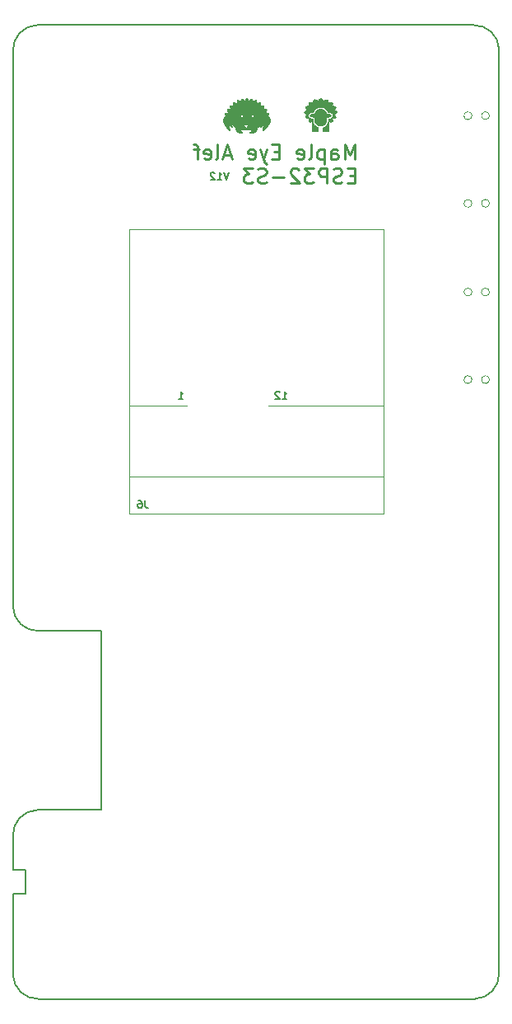
<source format=gbo>
%TF.GenerationSoftware,KiCad,Pcbnew,6.0.6-3a73a75311~116~ubuntu20.04.1*%
%TF.CreationDate,2022-08-17T13:19:53+08:00*%
%TF.ProjectId,Maple_Eye_Alef_V12,4d61706c-655f-4457-9965-5f416c65665f,rev?*%
%TF.SameCoordinates,Original*%
%TF.FileFunction,Legend,Bot*%
%TF.FilePolarity,Positive*%
%FSLAX46Y46*%
G04 Gerber Fmt 4.6, Leading zero omitted, Abs format (unit mm)*
G04 Created by KiCad (PCBNEW 6.0.6-3a73a75311~116~ubuntu20.04.1) date 2022-08-17 13:19:53*
%MOMM*%
%LPD*%
G01*
G04 APERTURE LIST*
%ADD10C,0.015240*%
%ADD11C,0.000000*%
%TA.AperFunction,Profile*%
%ADD12C,0.150000*%
%TD*%
%ADD13C,0.254000*%
%ADD14C,0.150000*%
%TA.AperFunction,Profile*%
%ADD15C,0.100000*%
%TD*%
%ADD16C,0.120000*%
G04 APERTURE END LIST*
D10*
X193554446Y-57650480D02*
X193584926Y-57650480D01*
X194636486Y-59585960D02*
X196343366Y-59585960D01*
X192868646Y-60698480D02*
X193904966Y-60698480D01*
X191756126Y-60241280D02*
X192167606Y-60241280D01*
X194392646Y-61079480D02*
X194819366Y-61079480D01*
X191878046Y-59372600D02*
X193417286Y-59372600D01*
X193859246Y-57833360D02*
X194209766Y-57833360D01*
X193021046Y-58092440D02*
X195047966Y-58092440D01*
X192975326Y-58122920D02*
X195093686Y-58122920D01*
X193051526Y-57879080D02*
X193264886Y-57879080D01*
X191634206Y-59982200D02*
X196434806Y-59982200D01*
X192655286Y-58336280D02*
X195413726Y-58336280D01*
X195840446Y-60195560D02*
X196343366Y-60195560D01*
X191725646Y-60195560D02*
X192441926Y-60195560D01*
X195657566Y-60881360D02*
X195733766Y-60881360D01*
X192899126Y-60226040D02*
X195764246Y-60226040D01*
X192868646Y-60683240D02*
X193904966Y-60683240D01*
X191649446Y-60043160D02*
X196419566Y-60043160D01*
X192670526Y-58046720D02*
X192792446Y-58046720D01*
X192335246Y-58595360D02*
X195733766Y-58595360D01*
X192655286Y-58077200D02*
X192853406Y-58077200D01*
X194834606Y-57848600D02*
X195002246Y-57848600D01*
X194880326Y-57818120D02*
X195002246Y-57818120D01*
X191847566Y-60408920D02*
X192213326Y-60408920D01*
X193661126Y-59448800D02*
X194468846Y-59448800D01*
X195855686Y-60134600D02*
X196373846Y-60134600D01*
X194011646Y-57604760D02*
X194057366Y-57604760D01*
X195718526Y-60576560D02*
X196038566Y-60576560D01*
X194423126Y-61049000D02*
X194865086Y-61049000D01*
X191847566Y-60393680D02*
X192198086Y-60393680D01*
X193950686Y-57680960D02*
X194118326Y-57680960D01*
X192838166Y-60546080D02*
X193844006Y-60546080D01*
X191634206Y-59707880D02*
X196419566Y-59707880D01*
X192640046Y-58366760D02*
X195444206Y-58366760D01*
X192030446Y-58869680D02*
X196038566Y-58869680D01*
X193615406Y-59265920D02*
X194529806Y-59265920D01*
X191999966Y-60637520D02*
X192243806Y-60637520D01*
X193889726Y-57787640D02*
X194179286Y-57787640D01*
X192198086Y-60896600D02*
X192259046Y-60896600D01*
X195657566Y-60820400D02*
X195809966Y-60820400D01*
X192289526Y-58397240D02*
X195779486Y-58397240D01*
X192655286Y-58244840D02*
X195413726Y-58244840D01*
X191847566Y-59326880D02*
X193432526Y-59326880D01*
X193981166Y-57635240D02*
X194087846Y-57635240D01*
X194743166Y-57924800D02*
X195017486Y-57924800D01*
X192015206Y-60668000D02*
X192243806Y-60668000D01*
X194727926Y-59372600D02*
X196190966Y-59372600D01*
X193432526Y-57909560D02*
X194636486Y-57909560D01*
X191771366Y-59189720D02*
X196282406Y-59189720D01*
X191999966Y-58778240D02*
X196069046Y-58778240D01*
X191832326Y-60378440D02*
X192198086Y-60378440D01*
X195809966Y-60256520D02*
X196297646Y-60256520D01*
X194103086Y-60500360D02*
X195261326Y-60500360D01*
X194072606Y-60561320D02*
X195169886Y-60561320D01*
X192868646Y-60607040D02*
X193889726Y-60607040D01*
X192548606Y-60226040D02*
X192822926Y-60226040D01*
X191618966Y-59784080D02*
X196450046Y-59784080D01*
X192091406Y-59067800D02*
X195977606Y-59067800D01*
X193904966Y-57757160D02*
X194164046Y-57757160D01*
X192655286Y-58092440D02*
X192883886Y-58092440D01*
X191649446Y-59677400D02*
X196404326Y-59677400D01*
X192883886Y-60713720D02*
X193920206Y-60713720D01*
X192868646Y-60668000D02*
X193904966Y-60668000D01*
X193021046Y-58061960D02*
X195047966Y-58061960D01*
X193021046Y-60972800D02*
X193447766Y-60972800D01*
X194225006Y-60378440D02*
X195398486Y-60378440D01*
X194727926Y-59433560D02*
X196145246Y-59433560D01*
X195124166Y-58122920D02*
X195413726Y-58122920D01*
X191618966Y-59936480D02*
X196450046Y-59936480D01*
X194194526Y-60408920D02*
X195368006Y-60408920D01*
X192335246Y-58610600D02*
X195733766Y-58610600D01*
X194712686Y-59342120D02*
X196206206Y-59342120D01*
X191756126Y-60256520D02*
X192182846Y-60256520D01*
X194346926Y-57787640D02*
X194590766Y-57787640D01*
X195185126Y-58092440D02*
X195413726Y-58092440D01*
X194026886Y-60637520D02*
X195093686Y-60637520D01*
X194590766Y-60820400D02*
X195063206Y-60820400D01*
X192060926Y-60728960D02*
X192259046Y-60728960D01*
X192304766Y-58442960D02*
X195764246Y-58442960D01*
X195672806Y-60805160D02*
X195825206Y-60805160D01*
X191984726Y-60622280D02*
X192243806Y-60622280D01*
X192655286Y-58290560D02*
X195413726Y-58290560D01*
X192152366Y-60850880D02*
X192259046Y-60850880D01*
X194255486Y-60363200D02*
X194956526Y-60363200D01*
X194682206Y-59281160D02*
X196251926Y-59281160D01*
X191847566Y-59464040D02*
X193432526Y-59464040D01*
X194606006Y-60789920D02*
X195063206Y-60789920D01*
X194727926Y-59464040D02*
X196190966Y-59464040D01*
X193661126Y-59479280D02*
X194468846Y-59479280D01*
X192670526Y-60408920D02*
X193737326Y-60408920D01*
X194666966Y-59265920D02*
X196267166Y-59265920D01*
X194133566Y-60469880D02*
X195307046Y-60469880D01*
X192259046Y-60317480D02*
X192487646Y-60317480D01*
X193021046Y-58077200D02*
X195047966Y-58077200D01*
X194042126Y-60607040D02*
X195093686Y-60607040D01*
X195063206Y-60332720D02*
X195428966Y-60332720D01*
X194148806Y-60454640D02*
X195322286Y-60454640D01*
X191999966Y-60652760D02*
X192243806Y-60652760D01*
X195688046Y-60713720D02*
X195916646Y-60713720D01*
X193386806Y-61155680D02*
X193569686Y-61155680D01*
X193463006Y-57802880D02*
X193737326Y-57802880D01*
X192609566Y-58382000D02*
X195459446Y-58382000D01*
X192899126Y-60805160D02*
X193325846Y-60805160D01*
X191786606Y-59159240D02*
X196282406Y-59159240D01*
X195703286Y-60637520D02*
X195977606Y-60637520D01*
X195749006Y-60454640D02*
X196130006Y-60454640D01*
X191878046Y-59448800D02*
X193417286Y-59448800D01*
X193874486Y-57818120D02*
X194194526Y-57818120D01*
X192320006Y-60378440D02*
X192502886Y-60378440D01*
X192045686Y-58702040D02*
X192121886Y-58702040D01*
X191618966Y-59829800D02*
X196450046Y-59829800D01*
X191649446Y-60012680D02*
X196434806Y-60012680D01*
X194727926Y-59448800D02*
X196145246Y-59448800D01*
X193341086Y-60789920D02*
X193920206Y-60789920D01*
X193676366Y-59433560D02*
X194468846Y-59433560D01*
X193493486Y-57757160D02*
X193691606Y-57757160D01*
X191999966Y-58763000D02*
X196069046Y-58763000D01*
X192502886Y-60149840D02*
X195825206Y-60149840D01*
X195764246Y-60408920D02*
X196175726Y-60408920D01*
X192060926Y-58945880D02*
X196008086Y-58945880D01*
X195154646Y-60271760D02*
X195474686Y-60271760D01*
X192289526Y-60347960D02*
X192487646Y-60347960D01*
X192594326Y-60317480D02*
X192944846Y-60317480D01*
D11*
G36*
X201755090Y-58713152D02*
G01*
X201798270Y-58713152D01*
X201798270Y-58721788D01*
X201832814Y-58721788D01*
X201832814Y-58730424D01*
X201867358Y-58730424D01*
X201867358Y-58739060D01*
X201893266Y-58739060D01*
X201893266Y-58747696D01*
X201910538Y-58747696D01*
X201910538Y-58756332D01*
X201927810Y-58756332D01*
X201927810Y-58764968D01*
X201945082Y-58764968D01*
X201945082Y-58773604D01*
X201962354Y-58773604D01*
X201962354Y-58782240D01*
X201979626Y-58782240D01*
X201979626Y-58790876D01*
X201996898Y-58790876D01*
X201996898Y-58799512D01*
X202005534Y-58799512D01*
X202005534Y-58808148D01*
X202022806Y-58808148D01*
X202022806Y-58816784D01*
X202040078Y-58816784D01*
X202040078Y-58825420D01*
X202048714Y-58825420D01*
X202048714Y-58834056D01*
X202057350Y-58834056D01*
X202057350Y-58842692D01*
X202065986Y-58842692D01*
X202065986Y-58851328D01*
X202083258Y-58851328D01*
X202083258Y-58859964D01*
X202091894Y-58859964D01*
X202091894Y-58868600D01*
X202100530Y-58868600D01*
X202100530Y-58877236D01*
X202109166Y-58877236D01*
X202109166Y-58885872D01*
X202117802Y-58885872D01*
X202117802Y-58894508D01*
X202126438Y-58894508D01*
X202126438Y-58903144D01*
X202135074Y-58903144D01*
X202135074Y-58911780D01*
X202143710Y-58911780D01*
X202143710Y-58920416D01*
X202152346Y-58920416D01*
X202152346Y-58929052D01*
X202160982Y-58929052D01*
X202160982Y-58946324D01*
X202169618Y-58946324D01*
X202169618Y-58954960D01*
X202178254Y-58954960D01*
X202178254Y-58963596D01*
X202186890Y-58963596D01*
X202186890Y-58980868D01*
X202195526Y-58980868D01*
X202195526Y-58989504D01*
X202204162Y-58989504D01*
X202204162Y-59006776D01*
X202212798Y-59006776D01*
X202212798Y-59015412D01*
X202221434Y-59015412D01*
X202221434Y-59032684D01*
X202230070Y-59032684D01*
X202230070Y-59049956D01*
X202238706Y-59049956D01*
X202238706Y-59067228D01*
X202247342Y-59067228D01*
X202247342Y-59084500D01*
X202255978Y-59084500D01*
X202255978Y-59101772D01*
X202264614Y-59101772D01*
X202264614Y-59127680D01*
X202273250Y-59127680D01*
X202273250Y-59153588D01*
X202281886Y-59153588D01*
X202281886Y-59179496D01*
X202290522Y-59179496D01*
X202290522Y-59214040D01*
X202299158Y-59214040D01*
X202299158Y-59222676D01*
X202350974Y-59222676D01*
X202350974Y-59214040D01*
X202420062Y-59214040D01*
X202420062Y-59222676D01*
X202506422Y-59222676D01*
X202506422Y-59231312D01*
X202558238Y-59231312D01*
X202558238Y-59239948D01*
X202584146Y-59239948D01*
X202584146Y-59248584D01*
X202618690Y-59248584D01*
X202618690Y-59257220D01*
X202635962Y-59257220D01*
X202635962Y-59265856D01*
X202661870Y-59265856D01*
X202661870Y-59274492D01*
X202679142Y-59274492D01*
X202679142Y-59283128D01*
X202687778Y-59283128D01*
X202687778Y-59291764D01*
X202705050Y-59291764D01*
X202705050Y-59300400D01*
X202713686Y-59300400D01*
X202713686Y-59309036D01*
X202730958Y-59309036D01*
X202730958Y-59317672D01*
X202739594Y-59317672D01*
X202739594Y-59326308D01*
X202748230Y-59326308D01*
X202748230Y-59334944D01*
X202756866Y-59334944D01*
X202756866Y-59352216D01*
X202765502Y-59352216D01*
X202765502Y-59360852D01*
X202774138Y-59360852D01*
X202774138Y-59386760D01*
X202782774Y-59386760D01*
X202782774Y-59429940D01*
X202774138Y-59429940D01*
X202774138Y-59455848D01*
X202765502Y-59455848D01*
X202765502Y-59473120D01*
X202756866Y-59473120D01*
X202756866Y-59481756D01*
X202748230Y-59481756D01*
X202748230Y-59490392D01*
X202739594Y-59490392D01*
X202739594Y-59499028D01*
X202730958Y-59499028D01*
X202730958Y-59507664D01*
X202722322Y-59507664D01*
X202722322Y-59516300D01*
X202705050Y-59516300D01*
X202705050Y-59524936D01*
X202696414Y-59524936D01*
X202696414Y-59533572D01*
X202679142Y-59533572D01*
X202679142Y-59542208D01*
X202661870Y-59542208D01*
X202661870Y-59550844D01*
X202644598Y-59550844D01*
X202644598Y-59559480D01*
X202618690Y-59559480D01*
X202618690Y-59568116D01*
X202592782Y-59568116D01*
X202592782Y-59576752D01*
X202558238Y-59576752D01*
X202558238Y-59585388D01*
X202515058Y-59585388D01*
X202515058Y-59594024D01*
X202445970Y-59594024D01*
X202445970Y-59602660D01*
X202325066Y-59602660D01*
X202325066Y-59594024D01*
X202307794Y-59594024D01*
X202307794Y-59965372D01*
X202299158Y-59965372D01*
X202299158Y-60008552D01*
X202290522Y-60008552D01*
X202290522Y-60043096D01*
X202281886Y-60043096D01*
X202281886Y-60077640D01*
X202273250Y-60077640D01*
X202273250Y-60094912D01*
X202264614Y-60094912D01*
X202264614Y-60120820D01*
X202255978Y-60120820D01*
X202255978Y-60138092D01*
X202247342Y-60138092D01*
X202247342Y-60155364D01*
X202238706Y-60155364D01*
X202238706Y-60172636D01*
X202230070Y-60172636D01*
X202230070Y-60189908D01*
X202221434Y-60189908D01*
X202221434Y-60207180D01*
X202212798Y-60207180D01*
X202212798Y-60224452D01*
X202204162Y-60224452D01*
X202204162Y-60233088D01*
X202195526Y-60233088D01*
X202195526Y-60241724D01*
X202186890Y-60241724D01*
X202186890Y-60258996D01*
X202178254Y-60258996D01*
X202178254Y-60267632D01*
X202169618Y-60267632D01*
X202169618Y-60276268D01*
X202160982Y-60276268D01*
X202160982Y-60293540D01*
X202152346Y-60293540D01*
X202152346Y-60302176D01*
X202143710Y-60302176D01*
X202143710Y-60310812D01*
X202135074Y-60310812D01*
X202135074Y-60319448D01*
X202126438Y-60319448D01*
X202126438Y-60328084D01*
X202117802Y-60328084D01*
X202117802Y-60336720D01*
X202109166Y-60336720D01*
X202109166Y-60345356D01*
X202100530Y-60345356D01*
X202100530Y-60353992D01*
X202091894Y-60353992D01*
X202091894Y-60362628D01*
X202083258Y-60362628D01*
X202083258Y-60371264D01*
X202065986Y-60371264D01*
X202065986Y-60379900D01*
X202057350Y-60379900D01*
X202057350Y-60388536D01*
X202048714Y-60388536D01*
X202048714Y-60397172D01*
X202040078Y-60397172D01*
X202040078Y-60405808D01*
X202022806Y-60405808D01*
X202022806Y-60414444D01*
X202014170Y-60414444D01*
X202014170Y-60423080D01*
X201996898Y-60423080D01*
X201996898Y-60431716D01*
X201979626Y-60431716D01*
X201979626Y-60440352D01*
X201962354Y-60440352D01*
X201962354Y-60448988D01*
X201945082Y-60448988D01*
X201945082Y-60457624D01*
X201927810Y-60457624D01*
X201927810Y-60466260D01*
X201910538Y-60466260D01*
X201910538Y-60474896D01*
X201893266Y-60474896D01*
X201893266Y-60483532D01*
X201867358Y-60483532D01*
X201867358Y-60492168D01*
X201832814Y-60492168D01*
X201832814Y-60500804D01*
X201798270Y-60500804D01*
X201798270Y-60509440D01*
X201755090Y-60509440D01*
X201755090Y-60518076D01*
X201573734Y-60518076D01*
X201573734Y-60509440D01*
X201521918Y-60509440D01*
X201521918Y-60500804D01*
X201487374Y-60500804D01*
X201487374Y-60492168D01*
X201461466Y-60492168D01*
X201461466Y-60483532D01*
X201435558Y-60483532D01*
X201435558Y-60474896D01*
X201409650Y-60474896D01*
X201409650Y-60466260D01*
X201392378Y-60466260D01*
X201392378Y-60457624D01*
X201375106Y-60457624D01*
X201375106Y-60448988D01*
X201357834Y-60448988D01*
X201357834Y-60440352D01*
X201340562Y-60440352D01*
X201340562Y-60431716D01*
X201331926Y-60431716D01*
X201331926Y-60423080D01*
X201314654Y-60423080D01*
X201314654Y-60414444D01*
X201297382Y-60414444D01*
X201297382Y-60405808D01*
X201288746Y-60405808D01*
X201288746Y-60397172D01*
X201280110Y-60397172D01*
X201280110Y-60388536D01*
X201262838Y-60388536D01*
X201262838Y-60379900D01*
X201254202Y-60379900D01*
X201254202Y-60371264D01*
X201245566Y-60371264D01*
X201245566Y-60362628D01*
X201236930Y-60362628D01*
X201236930Y-60353992D01*
X201228294Y-60353992D01*
X201228294Y-60345356D01*
X201219658Y-60345356D01*
X201219658Y-60336720D01*
X201202386Y-60336720D01*
X201202386Y-60328084D01*
X201193750Y-60328084D01*
X201193750Y-60310812D01*
X201185114Y-60310812D01*
X201185114Y-60302176D01*
X201176478Y-60302176D01*
X201176478Y-60293540D01*
X201167842Y-60293540D01*
X201167842Y-60284904D01*
X201159206Y-60284904D01*
X201159206Y-60276268D01*
X201150570Y-60276268D01*
X201150570Y-60267632D01*
X201141934Y-60267632D01*
X201141934Y-60250360D01*
X201133298Y-60250360D01*
X201133298Y-60241724D01*
X201124662Y-60241724D01*
X201124662Y-60224452D01*
X201116026Y-60224452D01*
X201116026Y-60215816D01*
X201107390Y-60215816D01*
X201107390Y-60198544D01*
X201098754Y-60198544D01*
X201098754Y-60181272D01*
X201090118Y-60181272D01*
X201090118Y-60164000D01*
X201081482Y-60164000D01*
X201081482Y-60146728D01*
X201072846Y-60146728D01*
X201072846Y-60129456D01*
X201064210Y-60129456D01*
X201064210Y-60112184D01*
X201055574Y-60112184D01*
X201055574Y-60086276D01*
X201046938Y-60086276D01*
X201046938Y-60060368D01*
X201038302Y-60060368D01*
X201038302Y-60025824D01*
X201029666Y-60025824D01*
X201029666Y-59991280D01*
X201021030Y-59991280D01*
X201021030Y-59922192D01*
X201012394Y-59922192D01*
X201012394Y-59594024D01*
X200995122Y-59594024D01*
X200995122Y-59602660D01*
X200874218Y-59602660D01*
X200874218Y-59594024D01*
X200805130Y-59594024D01*
X200805130Y-59585388D01*
X200761950Y-59585388D01*
X200761950Y-59576752D01*
X200727406Y-59576752D01*
X200727406Y-59568116D01*
X200701498Y-59568116D01*
X200701498Y-59559480D01*
X200684226Y-59559480D01*
X200684226Y-59550844D01*
X200666954Y-59550844D01*
X200666954Y-59542208D01*
X200649682Y-59542208D01*
X200649682Y-59533572D01*
X200632410Y-59533572D01*
X200632410Y-59524936D01*
X200615138Y-59524936D01*
X200615138Y-59516300D01*
X200606502Y-59516300D01*
X200606502Y-59507664D01*
X200597866Y-59507664D01*
X200597866Y-59499028D01*
X200589230Y-59499028D01*
X200589230Y-59490392D01*
X200580594Y-59490392D01*
X200580594Y-59481756D01*
X200571958Y-59481756D01*
X200571958Y-59473120D01*
X200563322Y-59473120D01*
X200563322Y-59464484D01*
X200554686Y-59464484D01*
X200554686Y-59447212D01*
X200546050Y-59447212D01*
X200546050Y-59369488D01*
X200554686Y-59369488D01*
X200554686Y-59352216D01*
X200563322Y-59352216D01*
X200563322Y-59343580D01*
X200571958Y-59343580D01*
X200571958Y-59334944D01*
X200580594Y-59334944D01*
X200580594Y-59326308D01*
X200589230Y-59326308D01*
X200589230Y-59317672D01*
X200597866Y-59317672D01*
X200597866Y-59309036D01*
X200606502Y-59309036D01*
X200606502Y-59300400D01*
X200615138Y-59300400D01*
X200615138Y-59291764D01*
X200632410Y-59291764D01*
X200632410Y-59283128D01*
X200649682Y-59283128D01*
X200649682Y-59274492D01*
X200666954Y-59274492D01*
X200666954Y-59265856D01*
X200684226Y-59265856D01*
X200684226Y-59257220D01*
X200710134Y-59257220D01*
X200710134Y-59248584D01*
X200736042Y-59248584D01*
X200736042Y-59239948D01*
X200770586Y-59239948D01*
X200770586Y-59231312D01*
X200813766Y-59231312D01*
X200813766Y-59222676D01*
X200900126Y-59222676D01*
X200900126Y-59214040D01*
X200969214Y-59214040D01*
X200969214Y-59222676D01*
X201029666Y-59222676D01*
X201029666Y-59196768D01*
X201038302Y-59196768D01*
X201038302Y-59162224D01*
X201046938Y-59162224D01*
X201046938Y-59136316D01*
X201055574Y-59136316D01*
X201055574Y-59110408D01*
X201064210Y-59110408D01*
X201064210Y-59093136D01*
X201072846Y-59093136D01*
X201072846Y-59075864D01*
X201081482Y-59075864D01*
X201081482Y-59058592D01*
X201090118Y-59058592D01*
X201090118Y-59041320D01*
X201098754Y-59041320D01*
X201098754Y-59024048D01*
X201107390Y-59024048D01*
X201107390Y-59006776D01*
X201116026Y-59006776D01*
X201116026Y-58998140D01*
X201124662Y-58998140D01*
X201124662Y-58980868D01*
X201133298Y-58980868D01*
X201133298Y-58972232D01*
X201141934Y-58972232D01*
X201141934Y-58954960D01*
X201150570Y-58954960D01*
X201150570Y-58946324D01*
X201159206Y-58946324D01*
X201159206Y-58937688D01*
X201167842Y-58937688D01*
X201167842Y-58929052D01*
X201176478Y-58929052D01*
X201176478Y-58920416D01*
X201185114Y-58920416D01*
X201185114Y-58911780D01*
X201193750Y-58911780D01*
X201193750Y-58894508D01*
X201202386Y-58894508D01*
X201202386Y-58885872D01*
X201211022Y-58885872D01*
X201211022Y-58877236D01*
X201228294Y-58877236D01*
X201228294Y-58868600D01*
X201236930Y-58868600D01*
X201236930Y-58859964D01*
X201245566Y-58859964D01*
X201245566Y-58851328D01*
X201254202Y-58851328D01*
X201254202Y-58842692D01*
X201262838Y-58842692D01*
X201262838Y-58834056D01*
X201280110Y-58834056D01*
X201280110Y-58825420D01*
X201288746Y-58825420D01*
X201288746Y-58816784D01*
X201297382Y-58816784D01*
X201297382Y-58808148D01*
X201314654Y-58808148D01*
X201314654Y-58799512D01*
X201331926Y-58799512D01*
X201331926Y-58790876D01*
X201340562Y-58790876D01*
X201340562Y-58782240D01*
X201357834Y-58782240D01*
X201357834Y-58773604D01*
X201375106Y-58773604D01*
X201375106Y-58764968D01*
X201392378Y-58764968D01*
X201392378Y-58756332D01*
X201409650Y-58756332D01*
X201409650Y-58747696D01*
X201435558Y-58747696D01*
X201435558Y-58739060D01*
X201461466Y-58739060D01*
X201461466Y-58730424D01*
X201487374Y-58730424D01*
X201487374Y-58721788D01*
X201521918Y-58721788D01*
X201521918Y-58713152D01*
X201565098Y-58713152D01*
X201565098Y-58704516D01*
X201755090Y-58704516D01*
X201755090Y-58713152D01*
G37*
D10*
X192228566Y-60287000D02*
X192472406Y-60287000D01*
X193874486Y-57802880D02*
X194194526Y-57802880D01*
X194011646Y-60728960D02*
X195093686Y-60728960D01*
X191893286Y-59387840D02*
X193417286Y-59387840D01*
X195688046Y-60683240D02*
X195947126Y-60683240D01*
X195779486Y-60378440D02*
X196206206Y-60378440D01*
X195764246Y-60424160D02*
X196160486Y-60424160D01*
X193432526Y-57924800D02*
X194636486Y-57924800D01*
X191862806Y-60424160D02*
X192213326Y-60424160D01*
X191649446Y-60027920D02*
X196434806Y-60027920D01*
X191786606Y-59235440D02*
X196282406Y-59235440D01*
X191786606Y-60302240D02*
X192182846Y-60302240D01*
X195276566Y-58046720D02*
X195398486Y-58046720D01*
X192563846Y-60256520D02*
X192853406Y-60256520D01*
X192289526Y-58427720D02*
X195779486Y-58427720D01*
X192487646Y-60530840D02*
X192518126Y-60530840D01*
X195688046Y-60728960D02*
X195901406Y-60728960D01*
X193051526Y-57940040D02*
X193356326Y-57940040D01*
X191618966Y-59845040D02*
X196450046Y-59845040D01*
X195703286Y-60622280D02*
X195992846Y-60622280D01*
X193508726Y-57711440D02*
X193661126Y-57711440D01*
X194011646Y-60820400D02*
X194026886Y-60820400D01*
X195733766Y-60515600D02*
X196084286Y-60515600D01*
X195124166Y-60302240D02*
X195444206Y-60302240D01*
X193493486Y-57726680D02*
X193676366Y-57726680D01*
X191801846Y-59265920D02*
X193478246Y-59265920D01*
X192548606Y-60241280D02*
X192838166Y-60241280D01*
X191832326Y-59296400D02*
X193447766Y-59296400D01*
X192655286Y-58153400D02*
X195413726Y-58153400D01*
X192213326Y-60911840D02*
X192243806Y-60911840D01*
X191618966Y-59906000D02*
X196450046Y-59906000D01*
X195749006Y-60485120D02*
X196114766Y-60485120D01*
X192518126Y-60180320D02*
X195809966Y-60180320D01*
X192304766Y-58366760D02*
X192533366Y-58366760D01*
X195688046Y-60668000D02*
X195947126Y-60668000D01*
X191878046Y-60454640D02*
X192213326Y-60454640D01*
X193752566Y-60317480D02*
X194880326Y-60317480D01*
X191923766Y-59113520D02*
X196145246Y-59113520D01*
X195809966Y-60271760D02*
X196282406Y-60271760D01*
X192304766Y-58473440D02*
X195764246Y-58473440D01*
X191908526Y-59403080D02*
X193417286Y-59403080D01*
X195474686Y-60302240D02*
X195703286Y-60302240D01*
X194011646Y-60774680D02*
X195078446Y-60774680D01*
X193066766Y-61018520D02*
X193493486Y-61018520D01*
X195459446Y-60363200D02*
X195642326Y-60363200D01*
X195825206Y-60210800D02*
X196328126Y-60210800D01*
X193127726Y-61064240D02*
X193523966Y-61064240D01*
X191740886Y-59555480D02*
X193478246Y-59555480D01*
X193508726Y-57696200D02*
X193645886Y-57696200D01*
X192121886Y-60820400D02*
X192259046Y-60820400D01*
X191862806Y-60439400D02*
X192213326Y-60439400D01*
X194011646Y-60698480D02*
X195093686Y-60698480D01*
X194011646Y-60805160D02*
X194316446Y-60805160D01*
X192320006Y-58549640D02*
X195749006Y-58549640D01*
X193112486Y-61049000D02*
X193508726Y-61049000D01*
X195154646Y-58107680D02*
X195413726Y-58107680D01*
X194011646Y-60713720D02*
X195093686Y-60713720D01*
X191740886Y-60226040D02*
X192457166Y-60226040D01*
X195657566Y-58336280D02*
X195749006Y-58336280D01*
X193005806Y-58107680D02*
X195063206Y-58107680D01*
X194392646Y-57726680D02*
X194575526Y-57726680D01*
X194484086Y-57650480D02*
X194514566Y-57650480D01*
X192213326Y-60271760D02*
X192472406Y-60271760D01*
X194362166Y-57772400D02*
X194590766Y-57772400D01*
X194285966Y-57848600D02*
X194621246Y-57848600D01*
X192929606Y-60850880D02*
X193356326Y-60850880D01*
X194438366Y-57680960D02*
X194560286Y-57680960D01*
X192365726Y-60424160D02*
X192502886Y-60424160D01*
X192198086Y-60256520D02*
X192457166Y-60256520D01*
X192868646Y-60622280D02*
X193889726Y-60622280D01*
X192091406Y-58991600D02*
X195977606Y-58991600D01*
X191908526Y-59418320D02*
X193417286Y-59418320D01*
X193142966Y-60287000D02*
X194834606Y-60287000D01*
X195535646Y-58366760D02*
X195764246Y-58366760D01*
X192609566Y-60347960D02*
X193005806Y-60347960D01*
X193584926Y-59570720D02*
X194529806Y-59570720D01*
X193097246Y-60302240D02*
X194849846Y-60302240D01*
X195474686Y-58382000D02*
X195779486Y-58382000D01*
X194697446Y-59540240D02*
X196297646Y-59540240D01*
X191679926Y-59616440D02*
X196358606Y-59616440D01*
X193310606Y-61140440D02*
X193600166Y-61140440D01*
X194179286Y-60424160D02*
X195352766Y-60424160D01*
X192990566Y-60942320D02*
X193432526Y-60942320D01*
X192655286Y-58199120D02*
X195413726Y-58199120D01*
X192883886Y-60728960D02*
X193920206Y-60728960D01*
X193920206Y-57741920D02*
X194148806Y-57741920D01*
X191999966Y-58793480D02*
X196069046Y-58793480D01*
X192045686Y-60713720D02*
X192243806Y-60713720D01*
X195672806Y-60789920D02*
X195840446Y-60789920D01*
X192883886Y-60576560D02*
X193874486Y-60576560D01*
D11*
G36*
X201711910Y-57633652D02*
G01*
X201737818Y-57633652D01*
X201737818Y-57642288D01*
X201755090Y-57642288D01*
X201755090Y-57650924D01*
X201772362Y-57650924D01*
X201772362Y-57659560D01*
X201789634Y-57659560D01*
X201789634Y-57668196D01*
X201798270Y-57668196D01*
X201798270Y-57676832D01*
X201806906Y-57676832D01*
X201806906Y-57685468D01*
X201815542Y-57685468D01*
X201815542Y-57694104D01*
X201832814Y-57694104D01*
X201832814Y-57702740D01*
X201841450Y-57702740D01*
X201841450Y-57711376D01*
X201850086Y-57711376D01*
X201850086Y-57720012D01*
X201858722Y-57720012D01*
X201858722Y-57737284D01*
X201867358Y-57737284D01*
X201867358Y-57745920D01*
X201875994Y-57745920D01*
X201875994Y-57754556D01*
X201884630Y-57754556D01*
X201884630Y-57763192D01*
X201893266Y-57763192D01*
X201893266Y-57771828D01*
X201901902Y-57771828D01*
X201901902Y-57789100D01*
X201910538Y-57789100D01*
X201910538Y-57797736D01*
X201919174Y-57797736D01*
X201919174Y-57815008D01*
X201927810Y-57815008D01*
X201927810Y-57823644D01*
X201936446Y-57823644D01*
X201936446Y-57840916D01*
X201945082Y-57840916D01*
X201945082Y-57858188D01*
X201962354Y-57858188D01*
X201962354Y-57849552D01*
X201979626Y-57849552D01*
X201979626Y-57840916D01*
X201988262Y-57840916D01*
X201988262Y-57832280D01*
X202005534Y-57832280D01*
X202005534Y-57823644D01*
X202014170Y-57823644D01*
X202014170Y-57815008D01*
X202031442Y-57815008D01*
X202031442Y-57806372D01*
X202040078Y-57806372D01*
X202040078Y-57797736D01*
X202057350Y-57797736D01*
X202057350Y-57789100D01*
X202074622Y-57789100D01*
X202074622Y-57780464D01*
X202091894Y-57780464D01*
X202091894Y-57771828D01*
X202109166Y-57771828D01*
X202109166Y-57763192D01*
X202126438Y-57763192D01*
X202126438Y-57754556D01*
X202152346Y-57754556D01*
X202152346Y-57745920D01*
X202178254Y-57745920D01*
X202178254Y-57737284D01*
X202212798Y-57737284D01*
X202212798Y-57728648D01*
X202307794Y-57728648D01*
X202307794Y-57737284D01*
X202333702Y-57737284D01*
X202333702Y-57745920D01*
X202350974Y-57745920D01*
X202350974Y-57754556D01*
X202368246Y-57754556D01*
X202368246Y-57763192D01*
X202376882Y-57763192D01*
X202376882Y-57771828D01*
X202394154Y-57771828D01*
X202394154Y-57780464D01*
X202402790Y-57780464D01*
X202402790Y-57789100D01*
X202411426Y-57789100D01*
X202411426Y-57806372D01*
X202420062Y-57806372D01*
X202420062Y-57815008D01*
X202428698Y-57815008D01*
X202428698Y-57823644D01*
X202437334Y-57823644D01*
X202437334Y-57840916D01*
X202445970Y-57840916D01*
X202445970Y-57858188D01*
X202454606Y-57858188D01*
X202454606Y-57884096D01*
X202463242Y-57884096D01*
X202463242Y-57910004D01*
X202471878Y-57910004D01*
X202471878Y-57944548D01*
X202480514Y-57944548D01*
X202480514Y-57996364D01*
X202489150Y-57996364D01*
X202489150Y-58039544D01*
X202497786Y-58039544D01*
X202497786Y-58030908D01*
X202523694Y-58030908D01*
X202523694Y-58022272D01*
X202566874Y-58022272D01*
X202566874Y-58013636D01*
X202610054Y-58013636D01*
X202610054Y-58005000D01*
X202687778Y-58005000D01*
X202687778Y-57996364D01*
X202739594Y-57996364D01*
X202739594Y-58005000D01*
X202800046Y-58005000D01*
X202800046Y-58013636D01*
X202825954Y-58013636D01*
X202825954Y-58022272D01*
X202843226Y-58022272D01*
X202843226Y-58030908D01*
X202860498Y-58030908D01*
X202860498Y-58039544D01*
X202869134Y-58039544D01*
X202869134Y-58048180D01*
X202886406Y-58048180D01*
X202886406Y-58056816D01*
X202895042Y-58056816D01*
X202895042Y-58074088D01*
X202903678Y-58074088D01*
X202903678Y-58082724D01*
X202912314Y-58082724D01*
X202912314Y-58099996D01*
X202920950Y-58099996D01*
X202920950Y-58117268D01*
X202929586Y-58117268D01*
X202929586Y-58255444D01*
X202920950Y-58255444D01*
X202920950Y-58289988D01*
X202912314Y-58289988D01*
X202912314Y-58315896D01*
X202903678Y-58315896D01*
X202903678Y-58341804D01*
X202895042Y-58341804D01*
X202895042Y-58367712D01*
X202886406Y-58367712D01*
X202886406Y-58384984D01*
X202955494Y-58384984D01*
X202955494Y-58393620D01*
X203024582Y-58393620D01*
X203024582Y-58402256D01*
X203067762Y-58402256D01*
X203067762Y-58410892D01*
X203102306Y-58410892D01*
X203102306Y-58419528D01*
X203128214Y-58419528D01*
X203128214Y-58428164D01*
X203145486Y-58428164D01*
X203145486Y-58436800D01*
X203162758Y-58436800D01*
X203162758Y-58445436D01*
X203180030Y-58445436D01*
X203180030Y-58454072D01*
X203197302Y-58454072D01*
X203197302Y-58462708D01*
X203205938Y-58462708D01*
X203205938Y-58471344D01*
X203214574Y-58471344D01*
X203214574Y-58479980D01*
X203231846Y-58479980D01*
X203231846Y-58497252D01*
X203240482Y-58497252D01*
X203240482Y-58505888D01*
X203249118Y-58505888D01*
X203249118Y-58523160D01*
X203257754Y-58523160D01*
X203257754Y-58540432D01*
X203266390Y-58540432D01*
X203266390Y-58609520D01*
X203257754Y-58609520D01*
X203257754Y-58644064D01*
X203249118Y-58644064D01*
X203249118Y-58661336D01*
X203240482Y-58661336D01*
X203240482Y-58678608D01*
X203231846Y-58678608D01*
X203231846Y-58687244D01*
X203223210Y-58687244D01*
X203223210Y-58704516D01*
X203214574Y-58704516D01*
X203214574Y-58713152D01*
X203205938Y-58713152D01*
X203205938Y-58730424D01*
X203197302Y-58730424D01*
X203197302Y-58739060D01*
X203188666Y-58739060D01*
X203188666Y-58747696D01*
X203180030Y-58747696D01*
X203180030Y-58756332D01*
X203171394Y-58756332D01*
X203171394Y-58773604D01*
X203162758Y-58773604D01*
X203162758Y-58782240D01*
X203154122Y-58782240D01*
X203154122Y-58790876D01*
X203145486Y-58790876D01*
X203145486Y-58799512D01*
X203136850Y-58799512D01*
X203136850Y-58808148D01*
X203128214Y-58808148D01*
X203128214Y-58816784D01*
X203119578Y-58816784D01*
X203119578Y-58825420D01*
X203128214Y-58825420D01*
X203128214Y-58834056D01*
X203154122Y-58834056D01*
X203154122Y-58842692D01*
X203171394Y-58842692D01*
X203171394Y-58851328D01*
X203188666Y-58851328D01*
X203188666Y-58859964D01*
X203205938Y-58859964D01*
X203205938Y-58868600D01*
X203223210Y-58868600D01*
X203223210Y-58877236D01*
X203231846Y-58877236D01*
X203231846Y-58885872D01*
X203249118Y-58885872D01*
X203249118Y-58894508D01*
X203266390Y-58894508D01*
X203266390Y-58903144D01*
X203275026Y-58903144D01*
X203275026Y-58911780D01*
X203283662Y-58911780D01*
X203283662Y-58920416D01*
X203300934Y-58920416D01*
X203300934Y-58929052D01*
X203309570Y-58929052D01*
X203309570Y-58937688D01*
X203318206Y-58937688D01*
X203318206Y-58946324D01*
X203326842Y-58946324D01*
X203326842Y-58954960D01*
X203335478Y-58954960D01*
X203335478Y-58963596D01*
X203344114Y-58963596D01*
X203344114Y-58972232D01*
X203352750Y-58972232D01*
X203352750Y-58989504D01*
X203361386Y-58989504D01*
X203361386Y-58998140D01*
X203370022Y-58998140D01*
X203370022Y-59024048D01*
X203378658Y-59024048D01*
X203378658Y-59093136D01*
X203370022Y-59093136D01*
X203370022Y-59119044D01*
X203361386Y-59119044D01*
X203361386Y-59127680D01*
X203352750Y-59127680D01*
X203352750Y-59144952D01*
X203344114Y-59144952D01*
X203344114Y-59153588D01*
X203335478Y-59153588D01*
X203335478Y-59162224D01*
X203326842Y-59162224D01*
X203326842Y-59170860D01*
X203318206Y-59170860D01*
X203318206Y-59179496D01*
X203309570Y-59179496D01*
X203309570Y-59188132D01*
X203300934Y-59188132D01*
X203300934Y-59196768D01*
X203292298Y-59196768D01*
X203292298Y-59205404D01*
X203275026Y-59205404D01*
X203275026Y-59214040D01*
X203266390Y-59214040D01*
X203266390Y-59222676D01*
X203249118Y-59222676D01*
X203249118Y-59231312D01*
X203240482Y-59231312D01*
X203240482Y-59239948D01*
X203223210Y-59239948D01*
X203223210Y-59248584D01*
X203205938Y-59248584D01*
X203205938Y-59257220D01*
X203188666Y-59257220D01*
X203188666Y-59265856D01*
X203171394Y-59265856D01*
X203171394Y-59274492D01*
X203154122Y-59274492D01*
X203154122Y-59283128D01*
X203136850Y-59283128D01*
X203136850Y-59291764D01*
X203110942Y-59291764D01*
X203110942Y-59300400D01*
X203102306Y-59300400D01*
X203102306Y-59309036D01*
X203110942Y-59309036D01*
X203110942Y-59317672D01*
X203119578Y-59317672D01*
X203119578Y-59326308D01*
X203128214Y-59326308D01*
X203128214Y-59334944D01*
X203136850Y-59334944D01*
X203136850Y-59343580D01*
X203145486Y-59343580D01*
X203145486Y-59352216D01*
X203154122Y-59352216D01*
X203154122Y-59360852D01*
X203162758Y-59360852D01*
X203162758Y-59369488D01*
X203171394Y-59369488D01*
X203171394Y-59378124D01*
X203180030Y-59378124D01*
X203180030Y-59395396D01*
X203188666Y-59395396D01*
X203188666Y-59404032D01*
X203197302Y-59404032D01*
X203197302Y-59412668D01*
X203205938Y-59412668D01*
X203205938Y-59429940D01*
X203214574Y-59429940D01*
X203214574Y-59438576D01*
X203223210Y-59438576D01*
X203223210Y-59455848D01*
X203231846Y-59455848D01*
X203231846Y-59473120D01*
X203240482Y-59473120D01*
X203240482Y-59490392D01*
X203249118Y-59490392D01*
X203249118Y-59516300D01*
X203257754Y-59516300D01*
X203257754Y-59594024D01*
X203249118Y-59594024D01*
X203249118Y-59611296D01*
X203240482Y-59611296D01*
X203240482Y-59628568D01*
X203231846Y-59628568D01*
X203231846Y-59645840D01*
X203223210Y-59645840D01*
X203223210Y-59654476D01*
X203214574Y-59654476D01*
X203214574Y-59663112D01*
X203197302Y-59663112D01*
X203197302Y-59671748D01*
X203188666Y-59671748D01*
X203188666Y-59680384D01*
X203171394Y-59680384D01*
X203171394Y-59689020D01*
X203154122Y-59689020D01*
X203154122Y-59697656D01*
X203136850Y-59697656D01*
X203136850Y-59706292D01*
X203119578Y-59706292D01*
X203119578Y-59714928D01*
X203093670Y-59714928D01*
X203093670Y-59723564D01*
X203059126Y-59723564D01*
X203059126Y-59732200D01*
X203007310Y-59732200D01*
X203007310Y-59740836D01*
X202929586Y-59740836D01*
X202929586Y-59749472D01*
X202895042Y-59749472D01*
X202895042Y-59775380D01*
X202903678Y-59775380D01*
X202903678Y-59801288D01*
X202912314Y-59801288D01*
X202912314Y-59827196D01*
X202920950Y-59827196D01*
X202920950Y-59861740D01*
X202929586Y-59861740D01*
X202929586Y-59999916D01*
X202920950Y-59999916D01*
X202920950Y-60017188D01*
X202912314Y-60017188D01*
X202912314Y-60034460D01*
X202903678Y-60034460D01*
X202903678Y-60051732D01*
X202895042Y-60051732D01*
X202895042Y-60060368D01*
X202886406Y-60060368D01*
X202886406Y-60069004D01*
X202877770Y-60069004D01*
X202877770Y-60077640D01*
X202860498Y-60077640D01*
X202860498Y-60086276D01*
X202843226Y-60086276D01*
X202843226Y-60094912D01*
X202825954Y-60094912D01*
X202825954Y-60103548D01*
X202774138Y-60103548D01*
X202774138Y-60112184D01*
X202679142Y-60112184D01*
X202679142Y-60103548D01*
X202610054Y-60103548D01*
X202610054Y-60094912D01*
X202566874Y-60094912D01*
X202566874Y-60086276D01*
X202523694Y-60086276D01*
X202523694Y-61062144D01*
X201901902Y-61062144D01*
X201901902Y-60604436D01*
X201910538Y-60604436D01*
X201910538Y-60595800D01*
X201936446Y-60595800D01*
X201936446Y-60587164D01*
X201953718Y-60587164D01*
X201953718Y-60578528D01*
X201979626Y-60578528D01*
X201979626Y-60569892D01*
X201996898Y-60569892D01*
X201996898Y-60561256D01*
X202014170Y-60561256D01*
X202014170Y-60552620D01*
X202031442Y-60552620D01*
X202031442Y-60543984D01*
X202040078Y-60543984D01*
X202040078Y-60535348D01*
X202057350Y-60535348D01*
X202057350Y-60526712D01*
X202074622Y-60526712D01*
X202074622Y-60518076D01*
X202083258Y-60518076D01*
X202083258Y-60509440D01*
X202100530Y-60509440D01*
X202100530Y-60500804D01*
X202109166Y-60500804D01*
X202109166Y-60492168D01*
X202126438Y-60492168D01*
X202126438Y-60483532D01*
X202135074Y-60483532D01*
X202135074Y-60474896D01*
X202143710Y-60474896D01*
X202143710Y-60466260D01*
X202152346Y-60466260D01*
X202152346Y-60457624D01*
X202169618Y-60457624D01*
X202169618Y-60448988D01*
X202178254Y-60448988D01*
X202178254Y-60440352D01*
X202186890Y-60440352D01*
X202186890Y-60431716D01*
X202195526Y-60431716D01*
X202195526Y-60423080D01*
X202204162Y-60423080D01*
X202204162Y-60414444D01*
X202212798Y-60414444D01*
X202212798Y-60405808D01*
X202221434Y-60405808D01*
X202221434Y-60397172D01*
X202230070Y-60397172D01*
X202230070Y-60388536D01*
X202238706Y-60388536D01*
X202238706Y-60379900D01*
X202247342Y-60379900D01*
X202247342Y-60362628D01*
X202255978Y-60362628D01*
X202255978Y-60353992D01*
X202264614Y-60353992D01*
X202264614Y-60345356D01*
X202273250Y-60345356D01*
X202273250Y-60336720D01*
X202281886Y-60336720D01*
X202281886Y-60319448D01*
X202290522Y-60319448D01*
X202290522Y-60310812D01*
X202299158Y-60310812D01*
X202299158Y-60293540D01*
X202307794Y-60293540D01*
X202307794Y-60284904D01*
X202316430Y-60284904D01*
X202316430Y-60267632D01*
X202325066Y-60267632D01*
X202325066Y-60258996D01*
X202333702Y-60258996D01*
X202333702Y-60241724D01*
X202342338Y-60241724D01*
X202342338Y-60224452D01*
X202350974Y-60224452D01*
X202350974Y-60207180D01*
X202359610Y-60207180D01*
X202359610Y-60189908D01*
X202368246Y-60189908D01*
X202368246Y-60164000D01*
X202376882Y-60164000D01*
X202376882Y-60146728D01*
X202385518Y-60146728D01*
X202385518Y-60120820D01*
X202394154Y-60120820D01*
X202394154Y-60094912D01*
X202402790Y-60094912D01*
X202402790Y-60060368D01*
X202411426Y-60060368D01*
X202411426Y-60025824D01*
X202420062Y-60025824D01*
X202420062Y-59974008D01*
X202428698Y-59974008D01*
X202428698Y-59723564D01*
X202463242Y-59723564D01*
X202463242Y-59714928D01*
X202532330Y-59714928D01*
X202532330Y-59706292D01*
X202584146Y-59706292D01*
X202584146Y-59697656D01*
X202618690Y-59697656D01*
X202618690Y-59689020D01*
X202644598Y-59689020D01*
X202644598Y-59680384D01*
X202670506Y-59680384D01*
X202670506Y-59671748D01*
X202687778Y-59671748D01*
X202687778Y-59663112D01*
X202713686Y-59663112D01*
X202713686Y-59654476D01*
X202730958Y-59654476D01*
X202730958Y-59645840D01*
X202748230Y-59645840D01*
X202748230Y-59637204D01*
X202756866Y-59637204D01*
X202756866Y-59628568D01*
X202774138Y-59628568D01*
X202774138Y-59619932D01*
X202782774Y-59619932D01*
X202782774Y-59611296D01*
X202800046Y-59611296D01*
X202800046Y-59602660D01*
X202808682Y-59602660D01*
X202808682Y-59594024D01*
X202817318Y-59594024D01*
X202817318Y-59585388D01*
X202825954Y-59585388D01*
X202825954Y-59576752D01*
X202834590Y-59576752D01*
X202834590Y-59568116D01*
X202843226Y-59568116D01*
X202843226Y-59559480D01*
X202851862Y-59559480D01*
X202851862Y-59542208D01*
X202860498Y-59542208D01*
X202860498Y-59533572D01*
X202869134Y-59533572D01*
X202869134Y-59516300D01*
X202877770Y-59516300D01*
X202877770Y-59499028D01*
X202886406Y-59499028D01*
X202886406Y-59481756D01*
X202895042Y-59481756D01*
X202895042Y-59447212D01*
X202903678Y-59447212D01*
X202903678Y-59369488D01*
X202895042Y-59369488D01*
X202895042Y-59334944D01*
X202886406Y-59334944D01*
X202886406Y-59317672D01*
X202877770Y-59317672D01*
X202877770Y-59300400D01*
X202869134Y-59300400D01*
X202869134Y-59283128D01*
X202860498Y-59283128D01*
X202860498Y-59274492D01*
X202851862Y-59274492D01*
X202851862Y-59257220D01*
X202843226Y-59257220D01*
X202843226Y-59248584D01*
X202834590Y-59248584D01*
X202834590Y-59239948D01*
X202825954Y-59239948D01*
X202825954Y-59231312D01*
X202817318Y-59231312D01*
X202817318Y-59222676D01*
X202808682Y-59222676D01*
X202808682Y-59214040D01*
X202791410Y-59214040D01*
X202791410Y-59205404D01*
X202782774Y-59205404D01*
X202782774Y-59196768D01*
X202765502Y-59196768D01*
X202765502Y-59188132D01*
X202756866Y-59188132D01*
X202756866Y-59179496D01*
X202739594Y-59179496D01*
X202739594Y-59170860D01*
X202722322Y-59170860D01*
X202722322Y-59162224D01*
X202705050Y-59162224D01*
X202705050Y-59153588D01*
X202687778Y-59153588D01*
X202687778Y-59144952D01*
X202661870Y-59144952D01*
X202661870Y-59136316D01*
X202635962Y-59136316D01*
X202635962Y-59127680D01*
X202610054Y-59127680D01*
X202610054Y-59119044D01*
X202575510Y-59119044D01*
X202575510Y-59110408D01*
X202523694Y-59110408D01*
X202523694Y-59101772D01*
X202437334Y-59101772D01*
X202437334Y-59093136D01*
X202385518Y-59093136D01*
X202385518Y-59075864D01*
X202376882Y-59075864D01*
X202376882Y-59058592D01*
X202368246Y-59058592D01*
X202368246Y-59032684D01*
X202359610Y-59032684D01*
X202359610Y-59015412D01*
X202350974Y-59015412D01*
X202350974Y-58998140D01*
X202342338Y-58998140D01*
X202342338Y-58980868D01*
X202333702Y-58980868D01*
X202333702Y-58972232D01*
X202325066Y-58972232D01*
X202325066Y-58954960D01*
X202316430Y-58954960D01*
X202316430Y-58937688D01*
X202307794Y-58937688D01*
X202307794Y-58929052D01*
X202299158Y-58929052D01*
X202299158Y-58911780D01*
X202290522Y-58911780D01*
X202290522Y-58903144D01*
X202281886Y-58903144D01*
X202281886Y-58885872D01*
X202273250Y-58885872D01*
X202273250Y-58877236D01*
X202264614Y-58877236D01*
X202264614Y-58868600D01*
X202255978Y-58868600D01*
X202255978Y-58859964D01*
X202247342Y-58859964D01*
X202247342Y-58842692D01*
X202238706Y-58842692D01*
X202238706Y-58834056D01*
X202230070Y-58834056D01*
X202230070Y-58825420D01*
X202221434Y-58825420D01*
X202221434Y-58816784D01*
X202212798Y-58816784D01*
X202212798Y-58808148D01*
X202204162Y-58808148D01*
X202204162Y-58799512D01*
X202195526Y-58799512D01*
X202195526Y-58790876D01*
X202186890Y-58790876D01*
X202186890Y-58782240D01*
X202178254Y-58782240D01*
X202178254Y-58773604D01*
X202169618Y-58773604D01*
X202169618Y-58764968D01*
X202152346Y-58764968D01*
X202152346Y-58756332D01*
X202143710Y-58756332D01*
X202143710Y-58747696D01*
X202135074Y-58747696D01*
X202135074Y-58739060D01*
X202126438Y-58739060D01*
X202126438Y-58730424D01*
X202109166Y-58730424D01*
X202109166Y-58721788D01*
X202100530Y-58721788D01*
X202100530Y-58713152D01*
X202083258Y-58713152D01*
X202083258Y-58704516D01*
X202074622Y-58704516D01*
X202074622Y-58695880D01*
X202057350Y-58695880D01*
X202057350Y-58687244D01*
X202048714Y-58687244D01*
X202048714Y-58678608D01*
X202031442Y-58678608D01*
X202031442Y-58669972D01*
X202014170Y-58669972D01*
X202014170Y-58661336D01*
X201996898Y-58661336D01*
X201996898Y-58652700D01*
X201979626Y-58652700D01*
X201979626Y-58644064D01*
X201953718Y-58644064D01*
X201953718Y-58635428D01*
X201936446Y-58635428D01*
X201936446Y-58626792D01*
X201910538Y-58626792D01*
X201910538Y-58618156D01*
X201884630Y-58618156D01*
X201884630Y-58609520D01*
X201858722Y-58609520D01*
X201858722Y-58600884D01*
X201815542Y-58600884D01*
X201815542Y-58592248D01*
X201763726Y-58592248D01*
X201763726Y-58583612D01*
X201556462Y-58583612D01*
X201556462Y-58592248D01*
X201504646Y-58592248D01*
X201504646Y-58600884D01*
X201470102Y-58600884D01*
X201470102Y-58609520D01*
X201435558Y-58609520D01*
X201435558Y-58618156D01*
X201409650Y-58618156D01*
X201409650Y-58626792D01*
X201383742Y-58626792D01*
X201383742Y-58635428D01*
X201366470Y-58635428D01*
X201366470Y-58644064D01*
X201349198Y-58644064D01*
X201349198Y-58652700D01*
X201331926Y-58652700D01*
X201331926Y-58661336D01*
X201314654Y-58661336D01*
X201314654Y-58669972D01*
X201297382Y-58669972D01*
X201297382Y-58678608D01*
X201280110Y-58678608D01*
X201280110Y-58687244D01*
X201262838Y-58687244D01*
X201262838Y-58695880D01*
X201254202Y-58695880D01*
X201254202Y-58704516D01*
X201236930Y-58704516D01*
X201236930Y-58713152D01*
X201228294Y-58713152D01*
X201228294Y-58721788D01*
X201211022Y-58721788D01*
X201211022Y-58730424D01*
X201202386Y-58730424D01*
X201202386Y-58739060D01*
X201185114Y-58739060D01*
X201185114Y-58747696D01*
X201176478Y-58747696D01*
X201176478Y-58756332D01*
X201167842Y-58756332D01*
X201167842Y-58764968D01*
X201159206Y-58764968D01*
X201159206Y-58773604D01*
X201150570Y-58773604D01*
X201150570Y-58782240D01*
X201141934Y-58782240D01*
X201141934Y-58790876D01*
X201133298Y-58790876D01*
X201133298Y-58799512D01*
X201124662Y-58799512D01*
X201124662Y-58808148D01*
X201116026Y-58808148D01*
X201116026Y-58816784D01*
X201107390Y-58816784D01*
X201107390Y-58825420D01*
X201098754Y-58825420D01*
X201098754Y-58834056D01*
X201090118Y-58834056D01*
X201090118Y-58842692D01*
X201081482Y-58842692D01*
X201081482Y-58851328D01*
X201072846Y-58851328D01*
X201072846Y-58859964D01*
X201064210Y-58859964D01*
X201064210Y-58868600D01*
X201055574Y-58868600D01*
X201055574Y-58885872D01*
X201046938Y-58885872D01*
X201046938Y-58894508D01*
X201038302Y-58894508D01*
X201038302Y-58903144D01*
X201029666Y-58903144D01*
X201029666Y-58920416D01*
X201021030Y-58920416D01*
X201021030Y-58929052D01*
X201012394Y-58929052D01*
X201012394Y-58946324D01*
X201003758Y-58946324D01*
X201003758Y-58963596D01*
X200995122Y-58963596D01*
X200995122Y-58972232D01*
X200986486Y-58972232D01*
X200986486Y-58989504D01*
X200977850Y-58989504D01*
X200977850Y-59006776D01*
X200969214Y-59006776D01*
X200969214Y-59024048D01*
X200960578Y-59024048D01*
X200960578Y-59041320D01*
X200951942Y-59041320D01*
X200951942Y-59067228D01*
X200943306Y-59067228D01*
X200943306Y-59084500D01*
X200934670Y-59084500D01*
X200934670Y-59093136D01*
X200882854Y-59093136D01*
X200882854Y-59101772D01*
X200796494Y-59101772D01*
X200796494Y-59110408D01*
X200753314Y-59110408D01*
X200753314Y-59119044D01*
X200710134Y-59119044D01*
X200710134Y-59127680D01*
X200684226Y-59127680D01*
X200684226Y-59136316D01*
X200658318Y-59136316D01*
X200658318Y-59144952D01*
X200641046Y-59144952D01*
X200641046Y-59153588D01*
X200615138Y-59153588D01*
X200615138Y-59162224D01*
X200597866Y-59162224D01*
X200597866Y-59170860D01*
X200580594Y-59170860D01*
X200580594Y-59179496D01*
X200571958Y-59179496D01*
X200571958Y-59188132D01*
X200554686Y-59188132D01*
X200554686Y-59196768D01*
X200537414Y-59196768D01*
X200537414Y-59205404D01*
X200528778Y-59205404D01*
X200528778Y-59214040D01*
X200520142Y-59214040D01*
X200520142Y-59222676D01*
X200511506Y-59222676D01*
X200511506Y-59231312D01*
X200502870Y-59231312D01*
X200502870Y-59239948D01*
X200494234Y-59239948D01*
X200494234Y-59248584D01*
X200485598Y-59248584D01*
X200485598Y-59257220D01*
X200476962Y-59257220D01*
X200476962Y-59265856D01*
X200468326Y-59265856D01*
X200468326Y-59274492D01*
X200459690Y-59274492D01*
X200459690Y-59291764D01*
X200451054Y-59291764D01*
X200451054Y-59309036D01*
X200442418Y-59309036D01*
X200442418Y-59326308D01*
X200433782Y-59326308D01*
X200433782Y-59352216D01*
X200425146Y-59352216D01*
X200425146Y-59464484D01*
X200433782Y-59464484D01*
X200433782Y-59490392D01*
X200442418Y-59490392D01*
X200442418Y-59516300D01*
X200451054Y-59516300D01*
X200451054Y-59524936D01*
X200459690Y-59524936D01*
X200459690Y-59542208D01*
X200468326Y-59542208D01*
X200468326Y-59550844D01*
X200476962Y-59550844D01*
X200476962Y-59559480D01*
X200485598Y-59559480D01*
X200485598Y-59568116D01*
X200494234Y-59568116D01*
X200494234Y-59585388D01*
X200511506Y-59585388D01*
X200511506Y-59594024D01*
X200520142Y-59594024D01*
X200520142Y-59602660D01*
X200528778Y-59602660D01*
X200528778Y-59611296D01*
X200537414Y-59611296D01*
X200537414Y-59619932D01*
X200554686Y-59619932D01*
X200554686Y-59628568D01*
X200563322Y-59628568D01*
X200563322Y-59637204D01*
X200580594Y-59637204D01*
X200580594Y-59645840D01*
X200597866Y-59645840D01*
X200597866Y-59654476D01*
X200615138Y-59654476D01*
X200615138Y-59663112D01*
X200632410Y-59663112D01*
X200632410Y-59671748D01*
X200658318Y-59671748D01*
X200658318Y-59680384D01*
X200684226Y-59680384D01*
X200684226Y-59689020D01*
X200710134Y-59689020D01*
X200710134Y-59697656D01*
X200744678Y-59697656D01*
X200744678Y-59706292D01*
X200787858Y-59706292D01*
X200787858Y-59714928D01*
X200865582Y-59714928D01*
X200865582Y-59723564D01*
X200891490Y-59723564D01*
X200891490Y-59930828D01*
X200900126Y-59930828D01*
X200900126Y-59999916D01*
X200908762Y-59999916D01*
X200908762Y-60043096D01*
X200917398Y-60043096D01*
X200917398Y-60077640D01*
X200926034Y-60077640D01*
X200926034Y-60112184D01*
X200934670Y-60112184D01*
X200934670Y-60129456D01*
X200943306Y-60129456D01*
X200943306Y-60155364D01*
X200951942Y-60155364D01*
X200951942Y-60181272D01*
X200960578Y-60181272D01*
X200960578Y-60198544D01*
X200969214Y-60198544D01*
X200969214Y-60215816D01*
X200977850Y-60215816D01*
X200977850Y-60233088D01*
X200986486Y-60233088D01*
X200986486Y-60250360D01*
X200995122Y-60250360D01*
X200995122Y-60258996D01*
X201003758Y-60258996D01*
X201003758Y-60276268D01*
X201012394Y-60276268D01*
X201012394Y-60293540D01*
X201021030Y-60293540D01*
X201021030Y-60302176D01*
X201029666Y-60302176D01*
X201029666Y-60319448D01*
X201038302Y-60319448D01*
X201038302Y-60328084D01*
X201046938Y-60328084D01*
X201046938Y-60336720D01*
X201055574Y-60336720D01*
X201055574Y-60353992D01*
X201064210Y-60353992D01*
X201064210Y-60362628D01*
X201072846Y-60362628D01*
X201072846Y-60371264D01*
X201081482Y-60371264D01*
X201081482Y-60379900D01*
X201090118Y-60379900D01*
X201090118Y-60388536D01*
X201098754Y-60388536D01*
X201098754Y-60397172D01*
X201107390Y-60397172D01*
X201107390Y-60405808D01*
X201116026Y-60405808D01*
X201116026Y-60414444D01*
X201124662Y-60414444D01*
X201124662Y-60423080D01*
X201133298Y-60423080D01*
X201133298Y-60431716D01*
X201141934Y-60431716D01*
X201141934Y-60440352D01*
X201150570Y-60440352D01*
X201150570Y-60448988D01*
X201159206Y-60448988D01*
X201159206Y-60457624D01*
X201167842Y-60457624D01*
X201167842Y-60466260D01*
X201176478Y-60466260D01*
X201176478Y-60474896D01*
X201193750Y-60474896D01*
X201193750Y-60483532D01*
X201202386Y-60483532D01*
X201202386Y-60492168D01*
X201211022Y-60492168D01*
X201211022Y-60500804D01*
X201228294Y-60500804D01*
X201228294Y-60509440D01*
X201236930Y-60509440D01*
X201236930Y-60518076D01*
X201254202Y-60518076D01*
X201254202Y-60526712D01*
X201262838Y-60526712D01*
X201262838Y-60535348D01*
X201280110Y-60535348D01*
X201280110Y-60543984D01*
X201297382Y-60543984D01*
X201297382Y-60552620D01*
X201314654Y-60552620D01*
X201314654Y-60561256D01*
X201331926Y-60561256D01*
X201331926Y-60569892D01*
X201349198Y-60569892D01*
X201349198Y-60578528D01*
X201366470Y-60578528D01*
X201366470Y-60587164D01*
X201392378Y-60587164D01*
X201392378Y-60595800D01*
X201409650Y-60595800D01*
X201409650Y-60604436D01*
X201418286Y-60604436D01*
X201418286Y-61062144D01*
X200796494Y-61062144D01*
X200796494Y-60086276D01*
X200753314Y-60086276D01*
X200753314Y-60094912D01*
X200710134Y-60094912D01*
X200710134Y-60103548D01*
X200641046Y-60103548D01*
X200641046Y-60112184D01*
X200546050Y-60112184D01*
X200546050Y-60103548D01*
X200502870Y-60103548D01*
X200502870Y-60094912D01*
X200476962Y-60094912D01*
X200476962Y-60086276D01*
X200459690Y-60086276D01*
X200459690Y-60077640D01*
X200451054Y-60077640D01*
X200451054Y-60069004D01*
X200442418Y-60069004D01*
X200442418Y-60060368D01*
X200433782Y-60060368D01*
X200433782Y-60051732D01*
X200425146Y-60051732D01*
X200425146Y-60043096D01*
X200416510Y-60043096D01*
X200416510Y-60025824D01*
X200407874Y-60025824D01*
X200407874Y-60008552D01*
X200399238Y-60008552D01*
X200399238Y-59982644D01*
X200390602Y-59982644D01*
X200390602Y-59887648D01*
X200399238Y-59887648D01*
X200399238Y-59844468D01*
X200407874Y-59844468D01*
X200407874Y-59809924D01*
X200416510Y-59809924D01*
X200416510Y-59784016D01*
X200425146Y-59784016D01*
X200425146Y-59758108D01*
X200433782Y-59758108D01*
X200433782Y-59740836D01*
X200442418Y-59740836D01*
X200442418Y-59732200D01*
X200356058Y-59732200D01*
X200356058Y-59723564D01*
X200295606Y-59723564D01*
X200295606Y-59714928D01*
X200252426Y-59714928D01*
X200252426Y-59706292D01*
X200217882Y-59706292D01*
X200217882Y-59697656D01*
X200191974Y-59697656D01*
X200191974Y-59689020D01*
X200174702Y-59689020D01*
X200174702Y-59680384D01*
X200157430Y-59680384D01*
X200157430Y-59671748D01*
X200140158Y-59671748D01*
X200140158Y-59663112D01*
X200122886Y-59663112D01*
X200122886Y-59654476D01*
X200114250Y-59654476D01*
X200114250Y-59645840D01*
X200105614Y-59645840D01*
X200105614Y-59637204D01*
X200096978Y-59637204D01*
X200096978Y-59628568D01*
X200088342Y-59628568D01*
X200088342Y-59619932D01*
X200079706Y-59619932D01*
X200079706Y-59611296D01*
X200071070Y-59611296D01*
X200071070Y-59594024D01*
X200062434Y-59594024D01*
X200062434Y-59550844D01*
X200053798Y-59550844D01*
X200053798Y-59533572D01*
X200062434Y-59533572D01*
X200062434Y-59490392D01*
X200071070Y-59490392D01*
X200071070Y-59464484D01*
X200079706Y-59464484D01*
X200079706Y-59447212D01*
X200088342Y-59447212D01*
X200088342Y-59429940D01*
X200096978Y-59429940D01*
X200096978Y-59421304D01*
X200105614Y-59421304D01*
X200105614Y-59404032D01*
X200114250Y-59404032D01*
X200114250Y-59395396D01*
X200122886Y-59395396D01*
X200122886Y-59386760D01*
X200131522Y-59386760D01*
X200131522Y-59369488D01*
X200140158Y-59369488D01*
X200140158Y-59360852D01*
X200148794Y-59360852D01*
X200148794Y-59352216D01*
X200157430Y-59352216D01*
X200157430Y-59343580D01*
X200166066Y-59343580D01*
X200166066Y-59334944D01*
X200174702Y-59334944D01*
X200174702Y-59326308D01*
X200183338Y-59326308D01*
X200183338Y-59317672D01*
X200191974Y-59317672D01*
X200191974Y-59309036D01*
X200200610Y-59309036D01*
X200200610Y-59300400D01*
X200209246Y-59300400D01*
X200209246Y-59291764D01*
X200191974Y-59291764D01*
X200191974Y-59283128D01*
X200174702Y-59283128D01*
X200174702Y-59274492D01*
X200148794Y-59274492D01*
X200148794Y-59265856D01*
X200131522Y-59265856D01*
X200131522Y-59257220D01*
X200114250Y-59257220D01*
X200114250Y-59248584D01*
X200096978Y-59248584D01*
X200096978Y-59239948D01*
X200088342Y-59239948D01*
X200088342Y-59231312D01*
X200071070Y-59231312D01*
X200071070Y-59222676D01*
X200053798Y-59222676D01*
X200053798Y-59214040D01*
X200045162Y-59214040D01*
X200045162Y-59205404D01*
X200036526Y-59205404D01*
X200036526Y-59196768D01*
X200019254Y-59196768D01*
X200019254Y-59188132D01*
X200010618Y-59188132D01*
X200010618Y-59179496D01*
X200001982Y-59179496D01*
X200001982Y-59170860D01*
X199993346Y-59170860D01*
X199993346Y-59162224D01*
X199984710Y-59162224D01*
X199984710Y-59153588D01*
X199976074Y-59153588D01*
X199976074Y-59144952D01*
X199967438Y-59144952D01*
X199967438Y-59127680D01*
X199958802Y-59127680D01*
X199958802Y-59119044D01*
X199950166Y-59119044D01*
X199950166Y-59093136D01*
X199941530Y-59093136D01*
X199941530Y-59024048D01*
X199950166Y-59024048D01*
X199950166Y-59006776D01*
X199958802Y-59006776D01*
X199958802Y-58989504D01*
X199967438Y-58989504D01*
X199967438Y-58972232D01*
X199976074Y-58972232D01*
X199976074Y-58963596D01*
X199984710Y-58963596D01*
X199984710Y-58954960D01*
X199993346Y-58954960D01*
X199993346Y-58946324D01*
X200001982Y-58946324D01*
X200001982Y-58937688D01*
X200010618Y-58937688D01*
X200010618Y-58929052D01*
X200019254Y-58929052D01*
X200019254Y-58920416D01*
X200036526Y-58920416D01*
X200036526Y-58911780D01*
X200045162Y-58911780D01*
X200045162Y-58903144D01*
X200062434Y-58903144D01*
X200062434Y-58894508D01*
X200071070Y-58894508D01*
X200071070Y-58885872D01*
X200088342Y-58885872D01*
X200088342Y-58877236D01*
X200105614Y-58877236D01*
X200105614Y-58868600D01*
X200122886Y-58868600D01*
X200122886Y-58859964D01*
X200140158Y-58859964D01*
X200140158Y-58851328D01*
X200157430Y-58851328D01*
X200157430Y-58842692D01*
X200174702Y-58842692D01*
X200174702Y-58834056D01*
X200191974Y-58834056D01*
X200191974Y-58825420D01*
X200217882Y-58825420D01*
X200217882Y-58808148D01*
X200209246Y-58808148D01*
X200209246Y-58799512D01*
X200200610Y-58799512D01*
X200200610Y-58790876D01*
X200191974Y-58790876D01*
X200191974Y-58782240D01*
X200183338Y-58782240D01*
X200183338Y-58773604D01*
X200174702Y-58773604D01*
X200174702Y-58764968D01*
X200166066Y-58764968D01*
X200166066Y-58747696D01*
X200157430Y-58747696D01*
X200157430Y-58739060D01*
X200148794Y-58739060D01*
X200148794Y-58730424D01*
X200140158Y-58730424D01*
X200140158Y-58721788D01*
X200131522Y-58721788D01*
X200131522Y-58713152D01*
X200122886Y-58713152D01*
X200122886Y-58695880D01*
X200114250Y-58695880D01*
X200114250Y-58687244D01*
X200105614Y-58687244D01*
X200105614Y-58669972D01*
X200096978Y-58669972D01*
X200096978Y-58652700D01*
X200088342Y-58652700D01*
X200088342Y-58635428D01*
X200079706Y-58635428D01*
X200079706Y-58618156D01*
X200071070Y-58618156D01*
X200071070Y-58574976D01*
X200062434Y-58574976D01*
X200062434Y-58549068D01*
X200071070Y-58549068D01*
X200071070Y-58514524D01*
X200079706Y-58514524D01*
X200079706Y-58497252D01*
X200088342Y-58497252D01*
X200088342Y-58479980D01*
X200096978Y-58479980D01*
X200096978Y-58471344D01*
X200105614Y-58471344D01*
X200105614Y-58462708D01*
X200114250Y-58462708D01*
X200114250Y-58454072D01*
X200122886Y-58454072D01*
X200122886Y-58445436D01*
X200140158Y-58445436D01*
X200140158Y-58436800D01*
X200148794Y-58436800D01*
X200148794Y-58428164D01*
X200166066Y-58428164D01*
X200166066Y-58419528D01*
X200183338Y-58419528D01*
X200183338Y-58410892D01*
X200209246Y-58410892D01*
X200209246Y-58402256D01*
X200235154Y-58402256D01*
X200235154Y-58393620D01*
X200278334Y-58393620D01*
X200278334Y-58384984D01*
X200321514Y-58384984D01*
X200321514Y-58376348D01*
X200407874Y-58376348D01*
X200407874Y-58367712D01*
X200433782Y-58367712D01*
X200433782Y-58359076D01*
X200425146Y-58359076D01*
X200425146Y-58333168D01*
X200416510Y-58333168D01*
X200416510Y-58307260D01*
X200407874Y-58307260D01*
X200407874Y-58272716D01*
X200399238Y-58272716D01*
X200399238Y-58229536D01*
X200390602Y-58229536D01*
X200390602Y-58143176D01*
X200399238Y-58143176D01*
X200399238Y-58108632D01*
X200407874Y-58108632D01*
X200407874Y-58091360D01*
X200416510Y-58091360D01*
X200416510Y-58074088D01*
X200425146Y-58074088D01*
X200425146Y-58065452D01*
X200433782Y-58065452D01*
X200433782Y-58056816D01*
X200442418Y-58056816D01*
X200442418Y-58048180D01*
X200451054Y-58048180D01*
X200451054Y-58039544D01*
X200459690Y-58039544D01*
X200459690Y-58030908D01*
X200476962Y-58030908D01*
X200476962Y-58022272D01*
X200494234Y-58022272D01*
X200494234Y-58013636D01*
X200520142Y-58013636D01*
X200520142Y-58005000D01*
X200580594Y-58005000D01*
X200580594Y-57996364D01*
X200649682Y-57996364D01*
X200649682Y-58005000D01*
X200718770Y-58005000D01*
X200718770Y-58013636D01*
X200761950Y-58013636D01*
X200761950Y-58022272D01*
X200796494Y-58022272D01*
X200796494Y-58030908D01*
X200831038Y-58030908D01*
X200831038Y-58039544D01*
X200848310Y-58039544D01*
X200848310Y-58030908D01*
X200856946Y-58030908D01*
X200856946Y-57961820D01*
X200865582Y-57961820D01*
X200865582Y-57918640D01*
X200874218Y-57918640D01*
X200874218Y-57892732D01*
X200882854Y-57892732D01*
X200882854Y-57866824D01*
X200891490Y-57866824D01*
X200891490Y-57849552D01*
X200900126Y-57849552D01*
X200900126Y-57832280D01*
X200908762Y-57832280D01*
X200908762Y-57815008D01*
X200917398Y-57815008D01*
X200917398Y-57806372D01*
X200926034Y-57806372D01*
X200926034Y-57789100D01*
X200934670Y-57789100D01*
X200934670Y-57780464D01*
X200943306Y-57780464D01*
X200943306Y-57771828D01*
X200951942Y-57771828D01*
X200951942Y-57763192D01*
X200969214Y-57763192D01*
X200969214Y-57754556D01*
X200977850Y-57754556D01*
X200977850Y-57745920D01*
X200995122Y-57745920D01*
X200995122Y-57737284D01*
X201012394Y-57737284D01*
X201012394Y-57728648D01*
X201046938Y-57728648D01*
X201046938Y-57720012D01*
X201116026Y-57720012D01*
X201116026Y-57728648D01*
X201159206Y-57728648D01*
X201159206Y-57737284D01*
X201185114Y-57737284D01*
X201185114Y-57745920D01*
X201211022Y-57745920D01*
X201211022Y-57754556D01*
X201228294Y-57754556D01*
X201228294Y-57763192D01*
X201245566Y-57763192D01*
X201245566Y-57771828D01*
X201262838Y-57771828D01*
X201262838Y-57780464D01*
X201280110Y-57780464D01*
X201280110Y-57789100D01*
X201297382Y-57789100D01*
X201297382Y-57797736D01*
X201306018Y-57797736D01*
X201306018Y-57806372D01*
X201323290Y-57806372D01*
X201323290Y-57815008D01*
X201340562Y-57815008D01*
X201340562Y-57823644D01*
X201349198Y-57823644D01*
X201349198Y-57832280D01*
X201357834Y-57832280D01*
X201357834Y-57840916D01*
X201375106Y-57840916D01*
X201375106Y-57849552D01*
X201383742Y-57849552D01*
X201383742Y-57832280D01*
X201392378Y-57832280D01*
X201392378Y-57823644D01*
X201401014Y-57823644D01*
X201401014Y-57806372D01*
X201409650Y-57806372D01*
X201409650Y-57797736D01*
X201418286Y-57797736D01*
X201418286Y-57780464D01*
X201426922Y-57780464D01*
X201426922Y-57771828D01*
X201435558Y-57771828D01*
X201435558Y-57754556D01*
X201444194Y-57754556D01*
X201444194Y-57745920D01*
X201452830Y-57745920D01*
X201452830Y-57737284D01*
X201461466Y-57737284D01*
X201461466Y-57728648D01*
X201470102Y-57728648D01*
X201470102Y-57720012D01*
X201478738Y-57720012D01*
X201478738Y-57711376D01*
X201487374Y-57711376D01*
X201487374Y-57702740D01*
X201496010Y-57702740D01*
X201496010Y-57694104D01*
X201504646Y-57694104D01*
X201504646Y-57685468D01*
X201513282Y-57685468D01*
X201513282Y-57676832D01*
X201530554Y-57676832D01*
X201530554Y-57668196D01*
X201539190Y-57668196D01*
X201539190Y-57659560D01*
X201556462Y-57659560D01*
X201556462Y-57650924D01*
X201565098Y-57650924D01*
X201565098Y-57642288D01*
X201591006Y-57642288D01*
X201591006Y-57633652D01*
X201616914Y-57633652D01*
X201616914Y-57625016D01*
X201711910Y-57625016D01*
X201711910Y-57633652D01*
G37*
D10*
X194514566Y-60927080D02*
X194987006Y-60927080D01*
X191771366Y-60271760D02*
X192182846Y-60271760D01*
X194331686Y-61140440D02*
X194682206Y-61140440D01*
X195093686Y-60317480D02*
X195444206Y-60317480D01*
X191893286Y-60469880D02*
X192213326Y-60469880D01*
X191618966Y-59875520D02*
X196450046Y-59875520D01*
X194316446Y-60332720D02*
X194910806Y-60332720D01*
X193965926Y-57665720D02*
X194103086Y-57665720D01*
X193493486Y-57741920D02*
X193691606Y-57741920D01*
X191969486Y-60607040D02*
X192243806Y-60607040D01*
X192655286Y-58214360D02*
X195413726Y-58214360D01*
X193036286Y-57985760D02*
X195032726Y-57985760D01*
X193523966Y-57665720D02*
X193615406Y-57665720D01*
X193630646Y-59281160D02*
X194514566Y-59281160D01*
X194011646Y-60744200D02*
X195078446Y-60744200D01*
X191618966Y-59921240D02*
X196450046Y-59921240D01*
X191908526Y-59433560D02*
X193417286Y-59433560D01*
X191679926Y-59631680D02*
X196373846Y-59631680D01*
X192655286Y-58260080D02*
X195413726Y-58260080D01*
X192411446Y-60469880D02*
X192518126Y-60469880D01*
X195489926Y-60256520D02*
X195733766Y-60256520D01*
X192335246Y-58564880D02*
X195733766Y-58564880D01*
X194453606Y-57665720D02*
X194545046Y-57665720D01*
X193935446Y-57696200D02*
X194133566Y-57696200D01*
X195444206Y-60530840D02*
X195474686Y-60530840D01*
X191664686Y-60088880D02*
X196404326Y-60088880D01*
X192975326Y-60927080D02*
X193417286Y-60927080D01*
X193478246Y-57787640D02*
X193722086Y-57787640D01*
X193082006Y-57802880D02*
X193173446Y-57802880D01*
X194499326Y-60957560D02*
X194971766Y-60957560D01*
X192960086Y-60911840D02*
X193402046Y-60911840D01*
X195779486Y-60347960D02*
X196221446Y-60347960D01*
X192655286Y-58275320D02*
X195413726Y-58275320D01*
X193463006Y-57818120D02*
X193752566Y-57818120D01*
X191710406Y-60165080D02*
X192441926Y-60165080D01*
X194026886Y-60668000D02*
X195093686Y-60668000D01*
X194087846Y-60515600D02*
X195246086Y-60515600D01*
X194773646Y-57894320D02*
X195017486Y-57894320D01*
X191954246Y-60576560D02*
X192228566Y-60576560D01*
X193661126Y-59372600D02*
X194468846Y-59372600D01*
X192091406Y-60774680D02*
X192259046Y-60774680D01*
X193447766Y-57863840D02*
X194621246Y-57863840D01*
X191634206Y-59723120D02*
X196419566Y-59723120D01*
X193021046Y-60347960D02*
X193645886Y-60347960D01*
X192182846Y-60881360D02*
X192259046Y-60881360D01*
X192883886Y-60759440D02*
X193920206Y-60759440D01*
X192396206Y-60454640D02*
X192518126Y-60454640D01*
X191923766Y-60530840D02*
X192228566Y-60530840D01*
X192091406Y-59052560D02*
X195977606Y-59052560D01*
X191618966Y-59860280D02*
X196450046Y-59860280D01*
X195657566Y-60835640D02*
X195794726Y-60835640D01*
X195444206Y-60500360D02*
X195520406Y-60500360D01*
X192015206Y-58823960D02*
X196053806Y-58823960D01*
X192533366Y-60195560D02*
X195794726Y-60195560D01*
X191634206Y-59738360D02*
X196434806Y-59738360D01*
X194011646Y-60789920D02*
X194499326Y-60789920D01*
X194560286Y-60866120D02*
X195032726Y-60866120D01*
X194727926Y-59357360D02*
X196190966Y-59357360D01*
X192685766Y-58031480D02*
X192761966Y-58031480D01*
X192701006Y-60439400D02*
X193767806Y-60439400D01*
X195657566Y-60866120D02*
X195749006Y-60866120D01*
X193051526Y-57909560D02*
X193310606Y-57909560D01*
X192060926Y-60744200D02*
X192259046Y-60744200D01*
X194164046Y-60439400D02*
X195337526Y-60439400D01*
X195809966Y-60287000D02*
X196267166Y-60287000D01*
X193036286Y-58016240D02*
X195032726Y-58016240D01*
X195779486Y-60363200D02*
X196206206Y-60363200D01*
X193432526Y-57894320D02*
X194636486Y-57894320D01*
X194590766Y-60805160D02*
X195063206Y-60805160D01*
X193005806Y-60957560D02*
X193432526Y-60957560D01*
X194453606Y-61018520D02*
X194910806Y-61018520D01*
X194438366Y-61033760D02*
X194880326Y-61033760D01*
X192655286Y-58321040D02*
X195413726Y-58321040D01*
X193036286Y-58031480D02*
X195032726Y-58031480D01*
X192533366Y-60210800D02*
X195779486Y-60210800D01*
X192655286Y-58168640D02*
X195413726Y-58168640D01*
X194057366Y-60576560D02*
X195139406Y-60576560D01*
X192655286Y-58183880D02*
X195413726Y-58183880D01*
X194011646Y-60683240D02*
X195093686Y-60683240D01*
X192335246Y-60393680D02*
X192502886Y-60393680D01*
X191695166Y-60134600D02*
X192426686Y-60134600D01*
X193508726Y-57680960D02*
X193630646Y-57680960D01*
X192289526Y-58412480D02*
X195779486Y-58412480D01*
X195764246Y-60393680D02*
X196190966Y-60393680D01*
X193844006Y-57848600D02*
X194225006Y-57848600D01*
X194331686Y-57802880D02*
X194590766Y-57802880D01*
X193661126Y-59342120D02*
X194484086Y-59342120D01*
X195459446Y-60393680D02*
X195627086Y-60393680D01*
X193051526Y-57863840D02*
X193249646Y-57863840D01*
X192320006Y-58534400D02*
X195749006Y-58534400D01*
X193996406Y-57620000D02*
X194072606Y-57620000D01*
X195825206Y-60241280D02*
X196312886Y-60241280D01*
X194377406Y-61094720D02*
X194788886Y-61094720D01*
X194407886Y-57711440D02*
X194560286Y-57711440D01*
X195657566Y-60896600D02*
X195718526Y-60896600D01*
X192868646Y-60637520D02*
X193889726Y-60637520D01*
X192076166Y-60759440D02*
X192259046Y-60759440D01*
X193219166Y-61109960D02*
X193569686Y-61109960D01*
X193447766Y-57879080D02*
X194621246Y-57879080D01*
X194727926Y-59403080D02*
X196160486Y-59403080D01*
X191664686Y-59646920D02*
X196389086Y-59646920D01*
X191817086Y-59281160D02*
X193463006Y-59281160D01*
X194499326Y-61170920D02*
X194514566Y-61170920D01*
X195474686Y-60347960D02*
X195657566Y-60347960D01*
X193082006Y-60256520D02*
X195017486Y-60256520D01*
X193051526Y-60332720D02*
X193615406Y-60332720D01*
X192076166Y-59083040D02*
X195992846Y-59083040D01*
X195474686Y-60317480D02*
X195688046Y-60317480D01*
X193051526Y-57924800D02*
X193325846Y-57924800D01*
X192518126Y-60165080D02*
X195809966Y-60165080D01*
X193676366Y-59403080D02*
X194468846Y-59403080D01*
X191710406Y-59585960D02*
X194560286Y-59585960D01*
X193661126Y-59464040D02*
X194468846Y-59464040D01*
X191893286Y-60485120D02*
X192213326Y-60485120D01*
X193066766Y-57833360D02*
X193203926Y-57833360D01*
X192030446Y-60683240D02*
X192243806Y-60683240D01*
X193478246Y-57772400D02*
X193706846Y-57772400D01*
X195444206Y-60469880D02*
X195550886Y-60469880D01*
X192792446Y-60515600D02*
X193828766Y-60515600D01*
X192015206Y-58732520D02*
X196053806Y-58732520D01*
X193645886Y-59509760D02*
X194484086Y-59509760D01*
X194575526Y-60835640D02*
X195047966Y-60835640D01*
X192320006Y-58686800D02*
X195749006Y-58686800D01*
X195794726Y-60332720D02*
X196236686Y-60332720D01*
X195718526Y-60591800D02*
X196023326Y-60591800D01*
X195474686Y-60332720D02*
X195672806Y-60332720D01*
X193066766Y-57818120D02*
X193188686Y-57818120D01*
X195672806Y-60774680D02*
X195855686Y-60774680D01*
X195672806Y-60759440D02*
X195870926Y-60759440D01*
X195307046Y-58031480D02*
X195383246Y-58031480D01*
X192030446Y-58854440D02*
X196038566Y-58854440D01*
X192106646Y-60805160D02*
X192259046Y-60805160D01*
X192761966Y-60500360D02*
X193813526Y-60500360D01*
X192289526Y-58382000D02*
X192594326Y-58382000D01*
X195688046Y-60698480D02*
X195931886Y-60698480D01*
X192899126Y-60789920D02*
X193325846Y-60789920D01*
X192076166Y-58976360D02*
X195992846Y-58976360D01*
X192655286Y-60393680D02*
X193706846Y-60393680D01*
X193645886Y-59311640D02*
X194499326Y-59311640D01*
X194987006Y-60363200D02*
X195413726Y-60363200D01*
X192167606Y-60866120D02*
X192259046Y-60866120D01*
X191679926Y-60119360D02*
X192411446Y-60119360D01*
X195840446Y-60165080D02*
X196358606Y-60165080D01*
X194468846Y-61170920D02*
X194484086Y-61170920D01*
X191939006Y-60546080D02*
X192228566Y-60546080D01*
X195718526Y-60561320D02*
X196053806Y-60561320D01*
X192746726Y-60485120D02*
X193813526Y-60485120D01*
X193920206Y-57726680D02*
X194148806Y-57726680D01*
X195794726Y-60302240D02*
X196251926Y-60302240D01*
X195489926Y-60271760D02*
X195733766Y-60271760D01*
X191695166Y-60149840D02*
X192426686Y-60149840D01*
X194529806Y-60896600D02*
X195017486Y-60896600D01*
X191786606Y-60287000D02*
X192182846Y-60287000D01*
X191817086Y-60347960D02*
X192198086Y-60347960D01*
X192990566Y-60241280D02*
X195124166Y-60241280D01*
X195840446Y-60180320D02*
X196358606Y-60180320D01*
X191923766Y-60515600D02*
X192228566Y-60515600D01*
X192655286Y-58122920D02*
X192960086Y-58122920D01*
X194362166Y-61109960D02*
X194758406Y-61109960D01*
X193036286Y-58046720D02*
X195032726Y-58046720D01*
X195139406Y-60287000D02*
X195459446Y-60287000D01*
X192960086Y-60896600D02*
X193386806Y-60896600D01*
X194118326Y-60485120D02*
X195291806Y-60485120D01*
X194285966Y-60347960D02*
X194941286Y-60347960D01*
X193889726Y-57772400D02*
X194179286Y-57772400D01*
X192426686Y-60485120D02*
X192518126Y-60485120D01*
X194377406Y-57741920D02*
X194575526Y-57741920D01*
X192579086Y-60287000D02*
X192899126Y-60287000D01*
X195703286Y-60607040D02*
X196008086Y-60607040D01*
X194042126Y-60622280D02*
X195093686Y-60622280D01*
X192335246Y-58671560D02*
X195733766Y-58671560D01*
X195185126Y-60256520D02*
X195474686Y-60256520D01*
X192716246Y-60454640D02*
X193783046Y-60454640D01*
X191786606Y-59220200D02*
X196282406Y-59220200D01*
X191801846Y-59494520D02*
X193432526Y-59494520D01*
X191756126Y-59540240D02*
X193463006Y-59540240D01*
X194072606Y-60546080D02*
X195200366Y-60546080D01*
X192350486Y-58656320D02*
X195718526Y-58656320D01*
X191801846Y-60332720D02*
X192198086Y-60332720D01*
X193645886Y-59525000D02*
X194499326Y-59525000D01*
X192335246Y-58625840D02*
X195733766Y-58625840D01*
X191999966Y-58747760D02*
X196069046Y-58747760D01*
X194666966Y-59570720D02*
X196328126Y-59570720D01*
X194087846Y-60530840D02*
X195215606Y-60530840D01*
X192899126Y-60774680D02*
X193920206Y-60774680D01*
X192320006Y-58702040D02*
X195749006Y-58702040D01*
X194407886Y-61064240D02*
X194849846Y-61064240D01*
X194468846Y-60988040D02*
X194941286Y-60988040D01*
X194712686Y-59326880D02*
X196221446Y-59326880D01*
X192335246Y-58580120D02*
X195733766Y-58580120D01*
X191969486Y-60591800D02*
X192228566Y-60591800D01*
X194712686Y-59509760D02*
X196251926Y-59509760D01*
X192655286Y-58138160D02*
X195413726Y-58138160D01*
X195657566Y-60850880D02*
X195779486Y-60850880D01*
X193661126Y-59326880D02*
X194484086Y-59326880D01*
X192868646Y-60591800D02*
X193874486Y-60591800D01*
X191695166Y-59601200D02*
X196358606Y-59601200D01*
X194697446Y-59311640D02*
X196221446Y-59311640D01*
X191878046Y-59357360D02*
X193432526Y-59357360D01*
X193066766Y-57848600D02*
X193234406Y-57848600D01*
X192944846Y-60881360D02*
X193386806Y-60881360D01*
X193447766Y-57848600D02*
X193783046Y-57848600D01*
X191725646Y-60180320D02*
X192441926Y-60180320D01*
X193615406Y-60820400D02*
X193920206Y-60820400D01*
X195764246Y-60439400D02*
X196145246Y-60439400D01*
X194727926Y-59418320D02*
X196160486Y-59418320D01*
X193661126Y-59357360D02*
X194468846Y-59357360D01*
X192868646Y-60561320D02*
X193859246Y-60561320D01*
X192106646Y-60789920D02*
X192259046Y-60789920D01*
X195459446Y-60424160D02*
X195596606Y-60424160D01*
X192274286Y-60332720D02*
X192487646Y-60332720D01*
X192304766Y-58351520D02*
X192472406Y-58351520D01*
X191664686Y-60073640D02*
X196404326Y-60073640D01*
X194758406Y-57909560D02*
X195017486Y-57909560D01*
X192106646Y-59022080D02*
X195962366Y-59022080D01*
X191679926Y-60104120D02*
X196389086Y-60104120D01*
X195749006Y-60469880D02*
X196130006Y-60469880D01*
X195459446Y-60378440D02*
X195627086Y-60378440D01*
X192304766Y-60363200D02*
X192487646Y-60363200D01*
X193173446Y-60271760D02*
X194910806Y-60271760D01*
X193676366Y-59387840D02*
X194468846Y-59387840D01*
X191634206Y-59966960D02*
X196450046Y-59966960D01*
X192320006Y-58519160D02*
X195749006Y-58519160D01*
X195032726Y-60347960D02*
X195413726Y-60347960D01*
X192624806Y-60363200D02*
X193661126Y-60363200D01*
X192868646Y-60652760D02*
X193904966Y-60652760D01*
X195444206Y-60485120D02*
X195535646Y-60485120D01*
X192685766Y-60424160D02*
X193752566Y-60424160D01*
X192929606Y-60866120D02*
X193371566Y-60866120D01*
X192045686Y-58884920D02*
X196023326Y-58884920D01*
X192457166Y-60515600D02*
X192518126Y-60515600D01*
X193051526Y-61003280D02*
X193478246Y-61003280D01*
X191832326Y-59479280D02*
X193432526Y-59479280D01*
X194316446Y-57818120D02*
X194606006Y-57818120D01*
X195246086Y-58061960D02*
X195413726Y-58061960D01*
X194453606Y-61003280D02*
X194926046Y-61003280D01*
X194560286Y-60850880D02*
X195047966Y-60850880D01*
X192060926Y-58930640D02*
X196008086Y-58930640D01*
X192015206Y-58839200D02*
X196053806Y-58839200D01*
X192030446Y-60698480D02*
X192243806Y-60698480D01*
X194712686Y-57940040D02*
X195017486Y-57940040D01*
X195703286Y-60652760D02*
X195962366Y-60652760D01*
X192655286Y-58229600D02*
X195413726Y-58229600D01*
X193158206Y-61079480D02*
X193539206Y-61079480D01*
X194529806Y-60911840D02*
X195002246Y-60911840D01*
X195825206Y-60226040D02*
X196312886Y-60226040D01*
X195215606Y-58077200D02*
X195413726Y-58077200D01*
X192015206Y-59098280D02*
X196053806Y-59098280D01*
X193082006Y-61033760D02*
X193493486Y-61033760D01*
X193661126Y-59494520D02*
X194484086Y-59494520D01*
X194712686Y-59494520D02*
X196236686Y-59494520D01*
X195459446Y-60408920D02*
X195611846Y-60408920D01*
X194346926Y-61125200D02*
X194727926Y-61125200D01*
X192015206Y-58717280D02*
X196053806Y-58717280D01*
X192655286Y-58351520D02*
X195413726Y-58351520D01*
X192502886Y-60546080D02*
X192518126Y-60546080D01*
X192441926Y-60500360D02*
X192518126Y-60500360D01*
X192807686Y-60530840D02*
X193844006Y-60530840D01*
X194026886Y-60652760D02*
X195093686Y-60652760D01*
X194651726Y-59250680D02*
X196267166Y-59250680D01*
X193066766Y-60317480D02*
X193584926Y-60317480D01*
X191801846Y-59144000D02*
X196267166Y-59144000D01*
X195489926Y-60287000D02*
X195718526Y-60287000D01*
X191649446Y-59692640D02*
X196419566Y-59692640D01*
X191618966Y-59890760D02*
X196450046Y-59890760D01*
X192091406Y-59006840D02*
X195977606Y-59006840D01*
X191771366Y-59525000D02*
X193447766Y-59525000D01*
X192045686Y-58900160D02*
X196023326Y-58900160D01*
X194377406Y-57757160D02*
X194575526Y-57757160D01*
X194697446Y-59296400D02*
X196236686Y-59296400D01*
X193600166Y-59250680D02*
X194545046Y-59250680D01*
X192304766Y-58458200D02*
X195764246Y-58458200D01*
X191725646Y-59570720D02*
X193493486Y-59570720D01*
X195718526Y-60546080D02*
X196053806Y-60546080D01*
X193051526Y-57894320D02*
X193295366Y-57894320D01*
X191634206Y-59951720D02*
X196450046Y-59951720D01*
X193463006Y-57833360D02*
X193767806Y-57833360D01*
X193249646Y-61125200D02*
X193584926Y-61125200D01*
X193402046Y-57940040D02*
X194666966Y-57940040D01*
X191801846Y-60317480D02*
X192182846Y-60317480D01*
X195855686Y-60149840D02*
X196373846Y-60149840D01*
X195444206Y-60439400D02*
X195581366Y-60439400D01*
X192609566Y-60332720D02*
X192975326Y-60332720D01*
X191999966Y-58808720D02*
X196069046Y-58808720D01*
X192640046Y-60378440D02*
X193691606Y-60378440D01*
X192106646Y-59037320D02*
X195962366Y-59037320D01*
X191832326Y-59128760D02*
X196236686Y-59128760D01*
X194712686Y-59479280D02*
X196221446Y-59479280D01*
X192198086Y-60241280D02*
X192457166Y-60241280D01*
X195444206Y-60454640D02*
X195566126Y-60454640D01*
X193036286Y-58001000D02*
X195032726Y-58001000D01*
X192655286Y-58305800D02*
X195413726Y-58305800D01*
X191664686Y-60058400D02*
X196419566Y-60058400D01*
X193036286Y-57970520D02*
X195032726Y-57970520D01*
X192350486Y-60408920D02*
X192502886Y-60408920D01*
X191939006Y-60561320D02*
X192228566Y-60561320D01*
X191664686Y-59662160D02*
X196389086Y-59662160D01*
X194484086Y-60972800D02*
X194956526Y-60972800D01*
X195444206Y-60515600D02*
X195489926Y-60515600D01*
X192914366Y-60835640D02*
X193341086Y-60835640D01*
X191801846Y-59250680D02*
X193493486Y-59250680D01*
X192731486Y-60469880D02*
X193798286Y-60469880D01*
X194727926Y-59387840D02*
X196175726Y-59387840D01*
X191618966Y-59768840D02*
X196434806Y-59768840D01*
X193615406Y-59555480D02*
X194514566Y-59555480D01*
X192457166Y-60119360D02*
X196389086Y-60119360D01*
X191618966Y-59799320D02*
X196450046Y-59799320D01*
X192137126Y-60835640D02*
X192259046Y-60835640D01*
X194011646Y-60759440D02*
X195078446Y-60759440D01*
X193036286Y-60988040D02*
X193463006Y-60988040D01*
X195947126Y-58702040D02*
X196023326Y-58702040D01*
X193447766Y-60805160D02*
X193920206Y-60805160D01*
X191847566Y-59311640D02*
X193447766Y-59311640D01*
X192914366Y-60820400D02*
X193341086Y-60820400D01*
X193188686Y-61094720D02*
X193554446Y-61094720D01*
X195794726Y-60317480D02*
X196251926Y-60317480D01*
X192320006Y-58503920D02*
X195749006Y-58503920D01*
X193935446Y-57711440D02*
X194133566Y-57711440D01*
X194301206Y-57833360D02*
X194606006Y-57833360D01*
X195185126Y-60241280D02*
X195749006Y-60241280D01*
X192060926Y-58915400D02*
X196008086Y-58915400D01*
X195733766Y-60530840D02*
X196069046Y-60530840D01*
X192243806Y-60302240D02*
X192472406Y-60302240D01*
X191817086Y-60363200D02*
X192198086Y-60363200D01*
X195596606Y-58351520D02*
X195764246Y-58351520D01*
X194346926Y-61155680D02*
X194621246Y-61155680D01*
X191634206Y-59997440D02*
X196434806Y-59997440D01*
X194423126Y-57696200D02*
X194560286Y-57696200D01*
X194819366Y-57863840D02*
X195002246Y-57863840D01*
X192883886Y-60744200D02*
X193920206Y-60744200D01*
X194895566Y-57802880D02*
X194987006Y-57802880D01*
X193676366Y-59418320D02*
X194468846Y-59418320D01*
X191786606Y-59509760D02*
X193447766Y-59509760D01*
X191786606Y-59174480D02*
X196282406Y-59174480D01*
X194057366Y-60591800D02*
X195093686Y-60591800D01*
X192304766Y-58488680D02*
X195764246Y-58488680D01*
X194545046Y-60881360D02*
X195032726Y-60881360D01*
X191771366Y-59204960D02*
X196282406Y-59204960D01*
X194865086Y-57833360D02*
X195002246Y-57833360D01*
X193965926Y-57650480D02*
X194103086Y-57650480D01*
X191618966Y-59814560D02*
X196450046Y-59814560D01*
X192655286Y-58107680D02*
X192914366Y-58107680D01*
X192655286Y-58061960D02*
X192822926Y-58061960D01*
X191908526Y-60500360D02*
X192213326Y-60500360D01*
X192563846Y-60271760D02*
X192868646Y-60271760D01*
X192320006Y-58336280D02*
X192411446Y-58336280D01*
X192076166Y-58961120D02*
X195992846Y-58961120D01*
X191862806Y-59342120D02*
X193432526Y-59342120D01*
X194209766Y-60393680D02*
X195383246Y-60393680D01*
X192579086Y-60302240D02*
X192914366Y-60302240D01*
X194697446Y-59525000D02*
X196282406Y-59525000D01*
X194499326Y-60942320D02*
X194987006Y-60942320D01*
X191740886Y-60210800D02*
X192441926Y-60210800D01*
X193645886Y-59296400D02*
X194499326Y-59296400D01*
X193630646Y-59540240D02*
X194499326Y-59540240D01*
X193051526Y-57955280D02*
X195017486Y-57955280D01*
X195733766Y-60500360D02*
X196099526Y-60500360D01*
X192380966Y-60439400D02*
X192518126Y-60439400D01*
X192350486Y-58641080D02*
X195718526Y-58641080D01*
X194682206Y-59555480D02*
X196312886Y-59555480D01*
X191618966Y-59753600D02*
X196434806Y-59753600D01*
X194804126Y-57879080D02*
X195017486Y-57879080D01*
X195672806Y-60744200D02*
X195886166Y-60744200D01*
X192502886Y-60134600D02*
X195840446Y-60134600D01*
D12*
X217516861Y-150099994D02*
G75*
G03*
X219999992Y-147476295I-70261J2553394D01*
G01*
X172477803Y-50100089D02*
G75*
G03*
X169999990Y-52730310I76197J-2554011D01*
G01*
X172488739Y-130703189D02*
G75*
G03*
X169999990Y-133326905I67461J-2556211D01*
G01*
X171331992Y-136824593D02*
X171331992Y-139262993D01*
X169999995Y-147606600D02*
G75*
G03*
X172627800Y-150100005I2560605J67200D01*
G01*
X170000006Y-109815661D02*
G75*
G03*
X172628105Y-112313593I2562994J65061D01*
G01*
X219999992Y-147476295D02*
X219999992Y-52579731D01*
X179078992Y-112313593D02*
X179078992Y-130703193D01*
X179078992Y-112313593D02*
X172628105Y-112313593D01*
X220000000Y-52579731D02*
G75*
G03*
X217374090Y-50100001I-2552800J-73069D01*
G01*
X171331992Y-139262993D02*
X169999990Y-139262993D01*
X172477800Y-50100001D02*
X217374090Y-50100001D01*
X172627800Y-150100005D02*
X217516861Y-150100005D01*
X169999990Y-147606600D02*
X169999990Y-139262993D01*
X179078992Y-130703193D02*
X172488739Y-130703193D01*
X169999990Y-109815661D02*
X169999990Y-52730310D01*
X169999990Y-136824593D02*
X169999990Y-133326905D01*
X169999990Y-136824593D02*
X171331992Y-136824593D01*
D13*
X205139348Y-63893808D02*
X205139348Y-62369808D01*
X204631348Y-63458380D01*
X204123348Y-62369808D01*
X204123348Y-63893808D01*
X202744491Y-63893808D02*
X202744491Y-63095522D01*
X202817063Y-62950380D01*
X202962206Y-62877808D01*
X203252491Y-62877808D01*
X203397634Y-62950380D01*
X202744491Y-63821237D02*
X202889634Y-63893808D01*
X203252491Y-63893808D01*
X203397634Y-63821237D01*
X203470206Y-63676094D01*
X203470206Y-63530951D01*
X203397634Y-63385808D01*
X203252491Y-63313237D01*
X202889634Y-63313237D01*
X202744491Y-63240665D01*
X202018777Y-62877808D02*
X202018777Y-64401808D01*
X202018777Y-62950380D02*
X201873634Y-62877808D01*
X201583348Y-62877808D01*
X201438206Y-62950380D01*
X201365634Y-63022951D01*
X201293063Y-63168094D01*
X201293063Y-63603522D01*
X201365634Y-63748665D01*
X201438206Y-63821237D01*
X201583348Y-63893808D01*
X201873634Y-63893808D01*
X202018777Y-63821237D01*
X200422206Y-63893808D02*
X200567348Y-63821237D01*
X200639920Y-63676094D01*
X200639920Y-62369808D01*
X199261063Y-63821237D02*
X199406206Y-63893808D01*
X199696491Y-63893808D01*
X199841634Y-63821237D01*
X199914206Y-63676094D01*
X199914206Y-63095522D01*
X199841634Y-62950380D01*
X199696491Y-62877808D01*
X199406206Y-62877808D01*
X199261063Y-62950380D01*
X199188491Y-63095522D01*
X199188491Y-63240665D01*
X199914206Y-63385808D01*
X197374206Y-63095522D02*
X196866206Y-63095522D01*
X196648491Y-63893808D02*
X197374206Y-63893808D01*
X197374206Y-62369808D01*
X196648491Y-62369808D01*
X196140491Y-62877808D02*
X195777634Y-63893808D01*
X195414777Y-62877808D02*
X195777634Y-63893808D01*
X195922777Y-64256665D01*
X195995348Y-64329237D01*
X196140491Y-64401808D01*
X194253634Y-63821237D02*
X194398777Y-63893808D01*
X194689063Y-63893808D01*
X194834206Y-63821237D01*
X194906777Y-63676094D01*
X194906777Y-63095522D01*
X194834206Y-62950380D01*
X194689063Y-62877808D01*
X194398777Y-62877808D01*
X194253634Y-62950380D01*
X194181063Y-63095522D01*
X194181063Y-63240665D01*
X194906777Y-63385808D01*
X192439348Y-63458380D02*
X191713634Y-63458380D01*
X192584491Y-63893808D02*
X192076491Y-62369808D01*
X191568491Y-63893808D01*
X190842777Y-63893808D02*
X190987920Y-63821237D01*
X191060491Y-63676094D01*
X191060491Y-62369808D01*
X189681634Y-63821237D02*
X189826777Y-63893808D01*
X190117063Y-63893808D01*
X190262206Y-63821237D01*
X190334777Y-63676094D01*
X190334777Y-63095522D01*
X190262206Y-62950380D01*
X190117063Y-62877808D01*
X189826777Y-62877808D01*
X189681634Y-62950380D01*
X189609063Y-63095522D01*
X189609063Y-63240665D01*
X190334777Y-63385808D01*
X189173634Y-62877808D02*
X188593063Y-62877808D01*
X188955920Y-63893808D02*
X188955920Y-62587522D01*
X188883348Y-62442380D01*
X188738206Y-62369808D01*
X188593063Y-62369808D01*
X205139348Y-65549162D02*
X204631348Y-65549162D01*
X204413634Y-66347448D02*
X205139348Y-66347448D01*
X205139348Y-64823448D01*
X204413634Y-64823448D01*
X203833063Y-66274877D02*
X203615348Y-66347448D01*
X203252491Y-66347448D01*
X203107348Y-66274877D01*
X203034777Y-66202305D01*
X202962206Y-66057162D01*
X202962206Y-65912020D01*
X203034777Y-65766877D01*
X203107348Y-65694305D01*
X203252491Y-65621734D01*
X203542777Y-65549162D01*
X203687920Y-65476591D01*
X203760491Y-65404020D01*
X203833063Y-65258877D01*
X203833063Y-65113734D01*
X203760491Y-64968591D01*
X203687920Y-64896020D01*
X203542777Y-64823448D01*
X203179920Y-64823448D01*
X202962206Y-64896020D01*
X202309063Y-66347448D02*
X202309063Y-64823448D01*
X201728491Y-64823448D01*
X201583348Y-64896020D01*
X201510777Y-64968591D01*
X201438206Y-65113734D01*
X201438206Y-65331448D01*
X201510777Y-65476591D01*
X201583348Y-65549162D01*
X201728491Y-65621734D01*
X202309063Y-65621734D01*
X200930206Y-64823448D02*
X199986777Y-64823448D01*
X200494777Y-65404020D01*
X200277063Y-65404020D01*
X200131920Y-65476591D01*
X200059348Y-65549162D01*
X199986777Y-65694305D01*
X199986777Y-66057162D01*
X200059348Y-66202305D01*
X200131920Y-66274877D01*
X200277063Y-66347448D01*
X200712491Y-66347448D01*
X200857634Y-66274877D01*
X200930206Y-66202305D01*
X199406206Y-64968591D02*
X199333634Y-64896020D01*
X199188491Y-64823448D01*
X198825634Y-64823448D01*
X198680491Y-64896020D01*
X198607920Y-64968591D01*
X198535348Y-65113734D01*
X198535348Y-65258877D01*
X198607920Y-65476591D01*
X199478777Y-66347448D01*
X198535348Y-66347448D01*
X197882206Y-65766877D02*
X196721063Y-65766877D01*
X196067920Y-66274877D02*
X195850206Y-66347448D01*
X195487348Y-66347448D01*
X195342206Y-66274877D01*
X195269634Y-66202305D01*
X195197063Y-66057162D01*
X195197063Y-65912020D01*
X195269634Y-65766877D01*
X195342206Y-65694305D01*
X195487348Y-65621734D01*
X195777634Y-65549162D01*
X195922777Y-65476591D01*
X195995348Y-65404020D01*
X196067920Y-65258877D01*
X196067920Y-65113734D01*
X195995348Y-64968591D01*
X195922777Y-64896020D01*
X195777634Y-64823448D01*
X195414777Y-64823448D01*
X195197063Y-64896020D01*
X194689063Y-64823448D02*
X193745634Y-64823448D01*
X194253634Y-65404020D01*
X194035920Y-65404020D01*
X193890777Y-65476591D01*
X193818206Y-65549162D01*
X193745634Y-65694305D01*
X193745634Y-66057162D01*
X193818206Y-66202305D01*
X193890777Y-66274877D01*
X194035920Y-66347448D01*
X194471348Y-66347448D01*
X194616491Y-66274877D01*
X194689063Y-66202305D01*
D14*
X192197518Y-65239326D02*
X191943518Y-66001326D01*
X191689518Y-65239326D01*
X191036375Y-66001326D02*
X191471804Y-66001326D01*
X191254089Y-66001326D02*
X191254089Y-65239326D01*
X191326661Y-65348183D01*
X191399232Y-65420754D01*
X191471804Y-65457040D01*
X190746089Y-65311897D02*
X190709804Y-65275612D01*
X190637232Y-65239326D01*
X190455804Y-65239326D01*
X190383232Y-65275612D01*
X190346946Y-65311897D01*
X190310661Y-65384469D01*
X190310661Y-65457040D01*
X190346946Y-65565897D01*
X190782375Y-66001326D01*
X190310661Y-66001326D01*
%TO.C,J6*%
X183611800Y-98929314D02*
X183611800Y-99473600D01*
X183648085Y-99582457D01*
X183720657Y-99655028D01*
X183829514Y-99691314D01*
X183902085Y-99691314D01*
X182922371Y-98929314D02*
X183067514Y-98929314D01*
X183140085Y-98965600D01*
X183176371Y-99001885D01*
X183248942Y-99110742D01*
X183285228Y-99255885D01*
X183285228Y-99546171D01*
X183248942Y-99618742D01*
X183212657Y-99655028D01*
X183140085Y-99691314D01*
X182994942Y-99691314D01*
X182922371Y-99655028D01*
X182886085Y-99618742D01*
X182849800Y-99546171D01*
X182849800Y-99364742D01*
X182886085Y-99292171D01*
X182922371Y-99255885D01*
X182994942Y-99219600D01*
X183140085Y-99219600D01*
X183212657Y-99255885D01*
X183248942Y-99292171D01*
X183285228Y-99364742D01*
X187040085Y-88502914D02*
X187475514Y-88502914D01*
X187257800Y-88502914D02*
X187257800Y-87740914D01*
X187330371Y-87849771D01*
X187402942Y-87922342D01*
X187475514Y-87958628D01*
X197715342Y-88502914D02*
X198150771Y-88502914D01*
X197933057Y-88502914D02*
X197933057Y-87740914D01*
X198005628Y-87849771D01*
X198078200Y-87922342D01*
X198150771Y-87958628D01*
X197425057Y-87813485D02*
X197388771Y-87777200D01*
X197316200Y-87740914D01*
X197134771Y-87740914D01*
X197062200Y-87777200D01*
X197025914Y-87813485D01*
X196989628Y-87886057D01*
X196989628Y-87958628D01*
X197025914Y-88067485D01*
X197461342Y-88502914D01*
X196989628Y-88502914D01*
D15*
%TO.C,MENU1*%
X218560203Y-77101985D02*
G75*
G03*
X218575051Y-77100779I40322J-404435D01*
G01*
X216760203Y-77101985D02*
G75*
G03*
X216775051Y-77100779I40322J-404435D01*
G01*
%TO.C,DOWN1*%
X216760203Y-68001985D02*
G75*
G03*
X216775051Y-68000779I40322J-404435D01*
G01*
X218560203Y-68001985D02*
G75*
G03*
X218575051Y-68000779I40322J-404435D01*
G01*
%TO.C,UP1*%
X218560203Y-59001985D02*
G75*
G03*
X218575051Y-59000779I40322J-404435D01*
G01*
X216760203Y-59001985D02*
G75*
G03*
X216775051Y-59000779I40322J-404435D01*
G01*
%TO.C,PLAY1*%
X216760203Y-86101985D02*
G75*
G03*
X216775051Y-86100779I40322J-404435D01*
G01*
X218560203Y-86101985D02*
G75*
G03*
X218575051Y-86100779I40322J-404435D01*
G01*
D16*
%TO.C,J6*%
X182000000Y-89149000D02*
X187892800Y-89148800D01*
X208035000Y-89149000D02*
X196300200Y-89149000D01*
X208085800Y-96459000D02*
X181949200Y-96459000D01*
X208084800Y-100279000D02*
X181924800Y-100279000D01*
X181924800Y-100279000D02*
X181924800Y-71059000D01*
X181924800Y-71059000D02*
X208084800Y-71059000D01*
X208084800Y-71059000D02*
X208084800Y-100279000D01*
%TD*%
M02*

</source>
